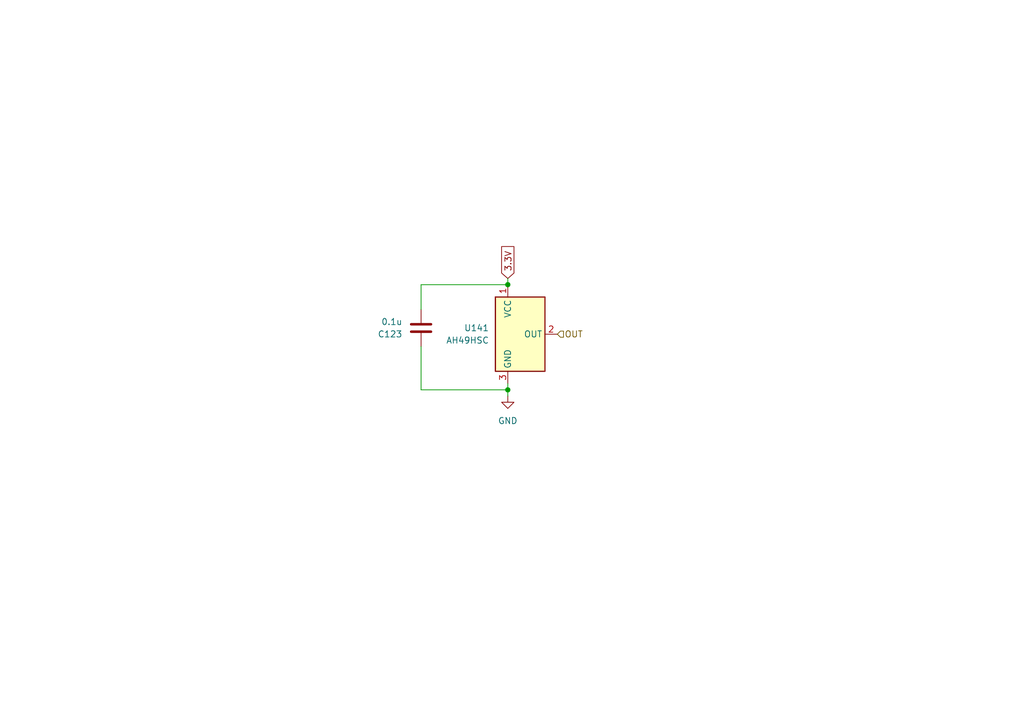
<source format=kicad_sch>
(kicad_sch
	(version 20250114)
	(generator "eeschema")
	(generator_version "9.0")
	(uuid "8c2f9b47-27b4-4b9b-b1fa-5e94444a20fb")
	(paper "A5")
	(lib_symbols
		(symbol "Device:C"
			(pin_numbers
				(hide yes)
			)
			(pin_names
				(offset 0.254)
			)
			(exclude_from_sim no)
			(in_bom yes)
			(on_board yes)
			(property "Reference" "C"
				(at 0.635 2.54 0)
				(effects
					(font
						(size 1.27 1.27)
					)
					(justify left)
				)
			)
			(property "Value" "C"
				(at 0.635 -2.54 0)
				(effects
					(font
						(size 1.27 1.27)
					)
					(justify left)
				)
			)
			(property "Footprint" ""
				(at 0.9652 -3.81 0)
				(effects
					(font
						(size 1.27 1.27)
					)
					(hide yes)
				)
			)
			(property "Datasheet" "~"
				(at 0 0 0)
				(effects
					(font
						(size 1.27 1.27)
					)
					(hide yes)
				)
			)
			(property "Description" "Unpolarized capacitor"
				(at 0 0 0)
				(effects
					(font
						(size 1.27 1.27)
					)
					(hide yes)
				)
			)
			(property "ki_keywords" "cap capacitor"
				(at 0 0 0)
				(effects
					(font
						(size 1.27 1.27)
					)
					(hide yes)
				)
			)
			(property "ki_fp_filters" "C_*"
				(at 0 0 0)
				(effects
					(font
						(size 1.27 1.27)
					)
					(hide yes)
				)
			)
			(symbol "C_0_1"
				(polyline
					(pts
						(xy -2.032 0.762) (xy 2.032 0.762)
					)
					(stroke
						(width 0.508)
						(type default)
					)
					(fill
						(type none)
					)
				)
				(polyline
					(pts
						(xy -2.032 -0.762) (xy 2.032 -0.762)
					)
					(stroke
						(width 0.508)
						(type default)
					)
					(fill
						(type none)
					)
				)
			)
			(symbol "C_1_1"
				(pin passive line
					(at 0 3.81 270)
					(length 2.794)
					(name "~"
						(effects
							(font
								(size 1.27 1.27)
							)
						)
					)
					(number "1"
						(effects
							(font
								(size 1.27 1.27)
							)
						)
					)
				)
				(pin passive line
					(at 0 -3.81 90)
					(length 2.794)
					(name "~"
						(effects
							(font
								(size 1.27 1.27)
							)
						)
					)
					(number "2"
						(effects
							(font
								(size 1.27 1.27)
							)
						)
					)
				)
			)
			(embedded_fonts no)
		)
		(symbol "Sensor_Magnetic:DRV5055A4xDBZxQ1"
			(exclude_from_sim no)
			(in_bom yes)
			(on_board yes)
			(property "Reference" "U"
				(at 2.54 12.7 0)
				(effects
					(font
						(size 1.27 1.27)
					)
				)
			)
			(property "Value" "DRV5055A4xDBZxQ1"
				(at 2.54 10.16 0)
				(effects
					(font
						(size 1.27 1.27)
					)
				)
			)
			(property "Footprint" "Package_TO_SOT_SMD:SOT-23"
				(at 0 0 0)
				(effects
					(font
						(size 1.27 1.27)
					)
					(hide yes)
				)
			)
			(property "Datasheet" "https://www.ti.com/lit/ds/symlink/drv5055-q1.pdf"
				(at 0 0 0)
				(effects
					(font
						(size 1.27 1.27)
					)
					(hide yes)
				)
			)
			(property "Description" "12.5 mV/mT,±169-mT, 20-kHz, 3.3/5V, SOT-23"
				(at 0 0 0)
				(effects
					(font
						(size 1.27 1.27)
					)
					(hide yes)
				)
			)
			(property "ki_keywords" "Automotive Ratiometric Linear Hall Effect Sensor AEC-Q100"
				(at 0 0 0)
				(effects
					(font
						(size 1.27 1.27)
					)
					(hide yes)
				)
			)
			(property "ki_fp_filters" "SOT?23*"
				(at 0 0 0)
				(effects
					(font
						(size 1.27 1.27)
					)
					(hide yes)
				)
			)
			(symbol "DRV5055A4xDBZxQ1_1_1"
				(rectangle
					(start -5.08 7.62)
					(end 5.08 -7.62)
					(stroke
						(width 0.254)
						(type default)
					)
					(fill
						(type background)
					)
				)
				(pin power_in line
					(at -2.54 10.16 270)
					(length 2.54)
					(name "VCC"
						(effects
							(font
								(size 1.27 1.27)
							)
						)
					)
					(number "1"
						(effects
							(font
								(size 1.27 1.27)
							)
						)
					)
				)
				(pin power_in line
					(at -2.54 -10.16 90)
					(length 2.54)
					(name "GND"
						(effects
							(font
								(size 1.27 1.27)
							)
						)
					)
					(number "3"
						(effects
							(font
								(size 1.27 1.27)
							)
						)
					)
				)
				(pin output line
					(at 7.62 0 180)
					(length 2.54)
					(name "OUT"
						(effects
							(font
								(size 1.27 1.27)
							)
						)
					)
					(number "2"
						(effects
							(font
								(size 1.27 1.27)
							)
						)
					)
				)
			)
			(embedded_fonts no)
		)
		(symbol "power:GND"
			(power)
			(pin_numbers
				(hide yes)
			)
			(pin_names
				(offset 0)
				(hide yes)
			)
			(exclude_from_sim no)
			(in_bom yes)
			(on_board yes)
			(property "Reference" "#PWR"
				(at 0 -6.35 0)
				(effects
					(font
						(size 1.27 1.27)
					)
					(hide yes)
				)
			)
			(property "Value" "GND"
				(at 0 -3.81 0)
				(effects
					(font
						(size 1.27 1.27)
					)
				)
			)
			(property "Footprint" ""
				(at 0 0 0)
				(effects
					(font
						(size 1.27 1.27)
					)
					(hide yes)
				)
			)
			(property "Datasheet" ""
				(at 0 0 0)
				(effects
					(font
						(size 1.27 1.27)
					)
					(hide yes)
				)
			)
			(property "Description" "Power symbol creates a global label with name \"GND\" , ground"
				(at 0 0 0)
				(effects
					(font
						(size 1.27 1.27)
					)
					(hide yes)
				)
			)
			(property "ki_keywords" "global power"
				(at 0 0 0)
				(effects
					(font
						(size 1.27 1.27)
					)
					(hide yes)
				)
			)
			(symbol "GND_0_1"
				(polyline
					(pts
						(xy 0 0) (xy 0 -1.27) (xy 1.27 -1.27) (xy 0 -2.54) (xy -1.27 -1.27) (xy 0 -1.27)
					)
					(stroke
						(width 0)
						(type default)
					)
					(fill
						(type none)
					)
				)
			)
			(symbol "GND_1_1"
				(pin power_in line
					(at 0 0 270)
					(length 0)
					(name "~"
						(effects
							(font
								(size 1.27 1.27)
							)
						)
					)
					(number "1"
						(effects
							(font
								(size 1.27 1.27)
							)
						)
					)
				)
			)
			(embedded_fonts no)
		)
	)
	(junction
		(at 104.14 80.01)
		(diameter 0)
		(color 0 0 0 0)
		(uuid "afacc903-77aa-4f8a-b67f-ce615477ecb4")
	)
	(junction
		(at 104.14 58.42)
		(diameter 0)
		(color 0 0 0 0)
		(uuid "c9d75697-98b2-46c2-a98d-64f94a55998f")
	)
	(wire
		(pts
			(xy 104.14 80.01) (xy 104.14 78.74)
		)
		(stroke
			(width 0)
			(type default)
		)
		(uuid "1745be6f-a3ab-4d38-85a3-a7aadf009187")
	)
	(wire
		(pts
			(xy 86.36 58.42) (xy 104.14 58.42)
		)
		(stroke
			(width 0)
			(type default)
		)
		(uuid "26712f7e-c891-4a92-b7b5-e8c5cd8f8abb")
	)
	(wire
		(pts
			(xy 104.14 57.15) (xy 104.14 58.42)
		)
		(stroke
			(width 0)
			(type default)
		)
		(uuid "3c036820-01dd-4ea1-8766-72e9a9828b94")
	)
	(wire
		(pts
			(xy 86.36 80.01) (xy 104.14 80.01)
		)
		(stroke
			(width 0)
			(type default)
		)
		(uuid "7be1a19d-6e49-4089-bfc3-be1e5693232d")
	)
	(wire
		(pts
			(xy 86.36 71.12) (xy 86.36 80.01)
		)
		(stroke
			(width 0)
			(type default)
		)
		(uuid "8608913c-cba4-4b6b-acef-4b3e40c8feb6")
	)
	(wire
		(pts
			(xy 104.14 81.28) (xy 104.14 80.01)
		)
		(stroke
			(width 0)
			(type default)
		)
		(uuid "86a827a3-4f03-44b4-b52f-d508f5cbacf3")
	)
	(wire
		(pts
			(xy 86.36 63.5) (xy 86.36 58.42)
		)
		(stroke
			(width 0)
			(type default)
		)
		(uuid "fa1ee2bb-cb39-479f-b688-4e532b26cc54")
	)
	(global_label "3.3V"
		(shape input)
		(at 104.14 57.15 90)
		(fields_autoplaced yes)
		(effects
			(font
				(size 1.27 1.27)
			)
			(justify left)
		)
		(uuid "d669a3f9-8f9b-45b7-8755-87a731e3c0fd")
		(property "Intersheetrefs" "${INTERSHEET_REFS}"
			(at 104.14 50.0524 90)
			(effects
				(font
					(size 1.27 1.27)
				)
				(justify left)
				(hide yes)
			)
		)
	)
	(hierarchical_label "OUT"
		(shape input)
		(at 114.3 68.58 0)
		(effects
			(font
				(size 1.27 1.27)
			)
			(justify left)
		)
		(uuid "d9b63510-c2f5-408d-a8c9-241cfa119607")
	)
	(symbol
		(lib_id "Device:C")
		(at 86.36 67.31 180)
		(unit 1)
		(exclude_from_sim no)
		(in_bom yes)
		(on_board yes)
		(dnp no)
		(uuid "1dc6812e-71da-44e2-862f-4596deb1cf69")
		(property "Reference" "C42"
			(at 82.55 68.5801 0)
			(effects
				(font
					(size 1.27 1.27)
				)
				(justify left)
			)
		)
		(property "Value" "0.1u"
			(at 82.55 66.0401 0)
			(effects
				(font
					(size 1.27 1.27)
				)
				(justify left)
			)
		)
		(property "Footprint" "Capacitor_SMD:C_0402_1005Metric"
			(at 85.3948 63.5 0)
			(effects
				(font
					(size 1.27 1.27)
				)
				(hide yes)
			)
		)
		(property "Datasheet" "~"
			(at 86.36 67.31 0)
			(effects
				(font
					(size 1.27 1.27)
				)
				(hide yes)
			)
		)
		(property "Description" "Unpolarized capacitor"
			(at 86.36 67.31 0)
			(effects
				(font
					(size 1.27 1.27)
				)
				(hide yes)
			)
		)
		(property "LCSC Part #" "C1525"
			(at 86.36 67.31 0)
			(effects
				(font
					(size 1.27 1.27)
				)
				(hide yes)
			)
		)
		(pin "1"
			(uuid "790bec13-f432-4ea2-9733-9a72919d646f")
		)
		(pin "2"
			(uuid "3cc0c427-2d31-427a-9943-43f96a2f0d43")
		)
		(instances
			(project "pompyboard"
				(path "/e5830f2e-b6bc-440e-bdf9-7651ab21e3a0/026cd3d2-ee49-4aa8-a6be-1ded8cec01b6/04e242d3-4b8b-4c59-b96a-ded88d9c121e"
					(reference "C123")
					(unit 1)
				)
				(path "/e5830f2e-b6bc-440e-bdf9-7651ab21e3a0/026cd3d2-ee49-4aa8-a6be-1ded8cec01b6/0aa58eca-4a0a-4793-8cb2-aca91d4eac1d"
					(reference "C126")
					(unit 1)
				)
				(path "/e5830f2e-b6bc-440e-bdf9-7651ab21e3a0/026cd3d2-ee49-4aa8-a6be-1ded8cec01b6/515c3203-b029-48cb-ad34-41dd899007e2"
					(reference "C122")
					(unit 1)
				)
				(path "/e5830f2e-b6bc-440e-bdf9-7651ab21e3a0/026cd3d2-ee49-4aa8-a6be-1ded8cec01b6/74aa6dd0-f3de-46c0-a12b-a21d3fbf9630"
					(reference "C119")
					(unit 1)
				)
				(path "/e5830f2e-b6bc-440e-bdf9-7651ab21e3a0/026cd3d2-ee49-4aa8-a6be-1ded8cec01b6/93c4f98d-b92c-4b37-aa06-f352aa97bb5a"
					(reference "C120")
					(unit 1)
				)
				(path "/e5830f2e-b6bc-440e-bdf9-7651ab21e3a0/026cd3d2-ee49-4aa8-a6be-1ded8cec01b6/b8bb0373-50a8-4387-a8ec-d862a926c0b7"
					(reference "C125")
					(unit 1)
				)
				(path "/e5830f2e-b6bc-440e-bdf9-7651ab21e3a0/026cd3d2-ee49-4aa8-a6be-1ded8cec01b6/b98d704e-b519-4905-b34a-fa15ef062531"
					(reference "C128")
					(unit 1)
				)
				(path "/e5830f2e-b6bc-440e-bdf9-7651ab21e3a0/026cd3d2-ee49-4aa8-a6be-1ded8cec01b6/d5190f2c-7d14-4396-9640-775961313fdb"
					(reference "C124")
					(unit 1)
				)
				(path "/e5830f2e-b6bc-440e-bdf9-7651ab21e3a0/026cd3d2-ee49-4aa8-a6be-1ded8cec01b6/d688124c-7f7d-41bc-9308-5495f1ee30f2"
					(reference "C127")
					(unit 1)
				)
				(path "/e5830f2e-b6bc-440e-bdf9-7651ab21e3a0/026cd3d2-ee49-4aa8-a6be-1ded8cec01b6/e997275f-fb8d-4d80-be35-3a57729dc068"
					(reference "C129")
					(unit 1)
				)
				(path "/e5830f2e-b6bc-440e-bdf9-7651ab21e3a0/026cd3d2-ee49-4aa8-a6be-1ded8cec01b6/f148233f-9edf-43bb-9983-33e9ecc87008"
					(reference "C121")
					(unit 1)
				)
				(path "/e5830f2e-b6bc-440e-bdf9-7651ab21e3a0/199d6db0-4201-4cdd-9fb1-82dea6ba15a4/04e242d3-4b8b-4c59-b96a-ded88d9c121e"
					(reference "C101")
					(unit 1)
				)
				(path "/e5830f2e-b6bc-440e-bdf9-7651ab21e3a0/199d6db0-4201-4cdd-9fb1-82dea6ba15a4/0aa58eca-4a0a-4793-8cb2-aca91d4eac1d"
					(reference "C104")
					(unit 1)
				)
				(path "/e5830f2e-b6bc-440e-bdf9-7651ab21e3a0/199d6db0-4201-4cdd-9fb1-82dea6ba15a4/515c3203-b029-48cb-ad34-41dd899007e2"
					(reference "C100")
					(unit 1)
				)
				(path "/e5830f2e-b6bc-440e-bdf9-7651ab21e3a0/199d6db0-4201-4cdd-9fb1-82dea6ba15a4/74aa6dd0-f3de-46c0-a12b-a21d3fbf9630"
					(reference "C97")
					(unit 1)
				)
				(path "/e5830f2e-b6bc-440e-bdf9-7651ab21e3a0/199d6db0-4201-4cdd-9fb1-82dea6ba15a4/93c4f98d-b92c-4b37-aa06-f352aa97bb5a"
					(reference "C98")
					(unit 1)
				)
				(path "/e5830f2e-b6bc-440e-bdf9-7651ab21e3a0/199d6db0-4201-4cdd-9fb1-82dea6ba15a4/b8bb0373-50a8-4387-a8ec-d862a926c0b7"
					(reference "C103")
					(unit 1)
				)
				(path "/e5830f2e-b6bc-440e-bdf9-7651ab21e3a0/199d6db0-4201-4cdd-9fb1-82dea6ba15a4/b98d704e-b519-4905-b34a-fa15ef062531"
					(reference "C106")
					(unit 1)
				)
				(path "/e5830f2e-b6bc-440e-bdf9-7651ab21e3a0/199d6db0-4201-4cdd-9fb1-82dea6ba15a4/d5190f2c-7d14-4396-9640-775961313fdb"
					(reference "C102")
					(unit 1)
				)
				(path "/e5830f2e-b6bc-440e-bdf9-7651ab21e3a0/199d6db0-4201-4cdd-9fb1-82dea6ba15a4/d688124c-7f7d-41bc-9308-5495f1ee30f2"
					(reference "C105")
					(unit 1)
				)
				(path "/e5830f2e-b6bc-440e-bdf9-7651ab21e3a0/199d6db0-4201-4cdd-9fb1-82dea6ba15a4/e997275f-fb8d-4d80-be35-3a57729dc068"
					(reference "C107")
					(unit 1)
				)
				(path "/e5830f2e-b6bc-440e-bdf9-7651ab21e3a0/199d6db0-4201-4cdd-9fb1-82dea6ba15a4/f148233f-9edf-43bb-9983-33e9ecc87008"
					(reference "C99")
					(unit 1)
				)
				(path "/e5830f2e-b6bc-440e-bdf9-7651ab21e3a0/1e9b9d03-fd28-4128-b065-c69f49efdc78/04e242d3-4b8b-4c59-b96a-ded88d9c121e"
					(reference "C112")
					(unit 1)
				)
				(path "/e5830f2e-b6bc-440e-bdf9-7651ab21e3a0/1e9b9d03-fd28-4128-b065-c69f49efdc78/0aa58eca-4a0a-4793-8cb2-aca91d4eac1d"
					(reference "C115")
					(unit 1)
				)
				(path "/e5830f2e-b6bc-440e-bdf9-7651ab21e3a0/1e9b9d03-fd28-4128-b065-c69f49efdc78/515c3203-b029-48cb-ad34-41dd899007e2"
					(reference "C111")
					(unit 1)
				)
				(path "/e5830f2e-b6bc-440e-bdf9-7651ab21e3a0/1e9b9d03-fd28-4128-b065-c69f49efdc78/74aa6dd0-f3de-46c0-a12b-a21d3fbf9630"
					(reference "C108")
					(unit 1)
				)
				(path "/e5830f2e-b6bc-440e-bdf9-7651ab21e3a0/1e9b9d03-fd28-4128-b065-c69f49efdc78/93c4f98d-b92c-4b37-aa06-f352aa97bb5a"
					(reference "C109")
					(unit 1)
				)
				(path "/e5830f2e-b6bc-440e-bdf9-7651ab21e3a0/1e9b9d03-fd28-4128-b065-c69f49efdc78/b8bb0373-50a8-4387-a8ec-d862a926c0b7"
					(reference "C114")
					(unit 1)
				)
				(path "/e5830f2e-b6bc-440e-bdf9-7651ab21e3a0/1e9b9d03-fd28-4128-b065-c69f49efdc78/b98d704e-b519-4905-b34a-fa15ef062531"
					(reference "C117")
					(unit 1)
				)
				(path "/e5830f2e-b6bc-440e-bdf9-7651ab21e3a0/1e9b9d03-fd28-4128-b065-c69f49efdc78/d5190f2c-7d14-4396-9640-775961313fdb"
					(reference "C113")
					(unit 1)
				)
				(path "/e5830f2e-b6bc-440e-bdf9-7651ab21e3a0/1e9b9d03-fd28-4128-b065-c69f49efdc78/d688124c-7f7d-41bc-9308-5495f1ee30f2"
					(reference "C116")
					(unit 1)
				)
				(path "/e5830f2e-b6bc-440e-bdf9-7651ab21e3a0/1e9b9d03-fd28-4128-b065-c69f49efdc78/e997275f-fb8d-4d80-be35-3a57729dc068"
					(reference "C118")
					(unit 1)
				)
				(path "/e5830f2e-b6bc-440e-bdf9-7651ab21e3a0/1e9b9d03-fd28-4128-b065-c69f49efdc78/f148233f-9edf-43bb-9983-33e9ecc87008"
					(reference "C110")
					(unit 1)
				)
				(path "/e5830f2e-b6bc-440e-bdf9-7651ab21e3a0/32a6bd95-01f5-4135-9c38-db23c2d07b5b/04e242d3-4b8b-4c59-b96a-ded88d9c121e"
					(reference "C189")
					(unit 1)
				)
				(path "/e5830f2e-b6bc-440e-bdf9-7651ab21e3a0/32a6bd95-01f5-4135-9c38-db23c2d07b5b/0aa58eca-4a0a-4793-8cb2-aca91d4eac1d"
					(reference "C192")
					(unit 1)
				)
				(path "/e5830f2e-b6bc-440e-bdf9-7651ab21e3a0/32a6bd95-01f5-4135-9c38-db23c2d07b5b/515c3203-b029-48cb-ad34-41dd899007e2"
					(reference "C188")
					(unit 1)
				)
				(path "/e5830f2e-b6bc-440e-bdf9-7651ab21e3a0/32a6bd95-01f5-4135-9c38-db23c2d07b5b/74aa6dd0-f3de-46c0-a12b-a21d3fbf9630"
					(reference "C185")
					(unit 1)
				)
				(path "/e5830f2e-b6bc-440e-bdf9-7651ab21e3a0/32a6bd95-01f5-4135-9c38-db23c2d07b5b/93c4f98d-b92c-4b37-aa06-f352aa97bb5a"
					(reference "C186")
					(unit 1)
				)
				(path "/e5830f2e-b6bc-440e-bdf9-7651ab21e3a0/32a6bd95-01f5-4135-9c38-db23c2d07b5b/b8bb0373-50a8-4387-a8ec-d862a926c0b7"
					(reference "C191")
					(unit 1)
				)
				(path "/e5830f2e-b6bc-440e-bdf9-7651ab21e3a0/32a6bd95-01f5-4135-9c38-db23c2d07b5b/b98d704e-b519-4905-b34a-fa15ef062531"
					(reference "C194")
					(unit 1)
				)
				(path "/e5830f2e-b6bc-440e-bdf9-7651ab21e3a0/32a6bd95-01f5-4135-9c38-db23c2d07b5b/d5190f2c-7d14-4396-9640-775961313fdb"
					(reference "C190")
					(unit 1)
				)
				(path "/e5830f2e-b6bc-440e-bdf9-7651ab21e3a0/32a6bd95-01f5-4135-9c38-db23c2d07b5b/d688124c-7f7d-41bc-9308-5495f1ee30f2"
					(reference "C193")
					(unit 1)
				)
				(path "/e5830f2e-b6bc-440e-bdf9-7651ab21e3a0/32a6bd95-01f5-4135-9c38-db23c2d07b5b/e997275f-fb8d-4d80-be35-3a57729dc068"
					(reference "C195")
					(unit 1)
				)
				(path "/e5830f2e-b6bc-440e-bdf9-7651ab21e3a0/32a6bd95-01f5-4135-9c38-db23c2d07b5b/f148233f-9edf-43bb-9983-33e9ecc87008"
					(reference "C187")
					(unit 1)
				)
				(path "/e5830f2e-b6bc-440e-bdf9-7651ab21e3a0/337c22cd-c44a-4633-9334-b6d71fe81175/04e242d3-4b8b-4c59-b96a-ded88d9c121e"
					(reference "C134")
					(unit 1)
				)
				(path "/e5830f2e-b6bc-440e-bdf9-7651ab21e3a0/337c22cd-c44a-4633-9334-b6d71fe81175/0aa58eca-4a0a-4793-8cb2-aca91d4eac1d"
					(reference "C137")
					(unit 1)
				)
				(path "/e5830f2e-b6bc-440e-bdf9-7651ab21e3a0/337c22cd-c44a-4633-9334-b6d71fe81175/515c3203-b029-48cb-ad34-41dd899007e2"
					(reference "C133")
					(unit 1)
				)
				(path "/e5830f2e-b6bc-440e-bdf9-7651ab21e3a0/337c22cd-c44a-4633-9334-b6d71fe81175/74aa6dd0-f3de-46c0-a12b-a21d3fbf9630"
					(reference "C130")
					(unit 1)
				)
				(path "/e5830f2e-b6bc-440e-bdf9-7651ab21e3a0/337c22cd-c44a-4633-9334-b6d71fe81175/93c4f98d-b92c-4b37-aa06-f352aa97bb5a"
					(reference "C131")
					(unit 1)
				)
				(path "/e5830f2e-b6bc-440e-bdf9-7651ab21e3a0/337c22cd-c44a-4633-9334-b6d71fe81175/b8bb0373-50a8-4387-a8ec-d862a926c0b7"
					(reference "C136")
					(unit 1)
				)
				(path "/e5830f2e-b6bc-440e-bdf9-7651ab21e3a0/337c22cd-c44a-4633-9334-b6d71fe81175/b98d704e-b519-4905-b34a-fa15ef062531"
					(reference "C139")
					(unit 1)
				)
				(path "/e5830f2e-b6bc-440e-bdf9-7651ab21e3a0/337c22cd-c44a-4633-9334-b6d71fe81175/d5190f2c-7d14-4396-9640-775961313fdb"
					(reference "C135")
					(unit 1)
				)
				(path "/e5830f2e-b6bc-440e-bdf9-7651ab21e3a0/337c22cd-c44a-4633-9334-b6d71fe81175/d688124c-7f7d-41bc-9308-5495f1ee30f2"
					(reference "C138")
					(unit 1)
				)
				(path "/e5830f2e-b6bc-440e-bdf9-7651ab21e3a0/337c22cd-c44a-4633-9334-b6d71fe81175/e997275f-fb8d-4d80-be35-3a57729dc068"
					(reference "C140")
					(unit 1)
				)
				(path "/e5830f2e-b6bc-440e-bdf9-7651ab21e3a0/337c22cd-c44a-4633-9334-b6d71fe81175/f148233f-9edf-43bb-9983-33e9ecc87008"
					(reference "C132")
					(unit 1)
				)
				(path "/e5830f2e-b6bc-440e-bdf9-7651ab21e3a0/3545379e-8a56-4cc0-b1cd-1ab95a742a98/04e242d3-4b8b-4c59-b96a-ded88d9c121e"
					(reference "C156")
					(unit 1)
				)
				(path "/e5830f2e-b6bc-440e-bdf9-7651ab21e3a0/3545379e-8a56-4cc0-b1cd-1ab95a742a98/0aa58eca-4a0a-4793-8cb2-aca91d4eac1d"
					(reference "C159")
					(unit 1)
				)
				(path "/e5830f2e-b6bc-440e-bdf9-7651ab21e3a0/3545379e-8a56-4cc0-b1cd-1ab95a742a98/515c3203-b029-48cb-ad34-41dd899007e2"
					(reference "C155")
					(unit 1)
				)
				(path "/e5830f2e-b6bc-440e-bdf9-7651ab21e3a0/3545379e-8a56-4cc0-b1cd-1ab95a742a98/74aa6dd0-f3de-46c0-a12b-a21d3fbf9630"
					(reference "C152")
					(unit 1)
				)
				(path "/e5830f2e-b6bc-440e-bdf9-7651ab21e3a0/3545379e-8a56-4cc0-b1cd-1ab95a742a98/93c4f98d-b92c-4b37-aa06-f352aa97bb5a"
					(reference "C153")
					(unit 1)
				)
				(path "/e5830f2e-b6bc-440e-bdf9-7651ab21e3a0/3545379e-8a56-4cc0-b1cd-1ab95a742a98/b8bb0373-50a8-4387-a8ec-d862a926c0b7"
					(reference "C158")
					(unit 1)
				)
				(path "/e5830f2e-b6bc-440e-bdf9-7651ab21e3a0/3545379e-8a56-4cc0-b1cd-1ab95a742a98/b98d704e-b519-4905-b34a-fa15ef062531"
					(reference "C161")
					(unit 1)
				)
				(path "/e5830f2e-b6bc-440e-bdf9-7651ab21e3a0/3545379e-8a56-4cc0-b1cd-1ab95a742a98/d5190f2c-7d14-4396-9640-775961313fdb"
					(reference "C157")
					(unit 1)
				)
				(path "/e5830f2e-b6bc-440e-bdf9-7651ab21e3a0/3545379e-8a56-4cc0-b1cd-1ab95a742a98/d688124c-7f7d-41bc-9308-5495f1ee30f2"
					(reference "C160")
					(unit 1)
				)
				(path "/e5830f2e-b6bc-440e-bdf9-7651ab21e3a0/3545379e-8a56-4cc0-b1cd-1ab95a742a98/e997275f-fb8d-4d80-be35-3a57729dc068"
					(reference "C162")
					(unit 1)
				)
				(path "/e5830f2e-b6bc-440e-bdf9-7651ab21e3a0/3545379e-8a56-4cc0-b1cd-1ab95a742a98/f148233f-9edf-43bb-9983-33e9ecc87008"
					(reference "C154")
					(unit 1)
				)
				(path "/e5830f2e-b6bc-440e-bdf9-7651ab21e3a0/37c05dbe-2573-4442-a09c-64199e530fd0/04e242d3-4b8b-4c59-b96a-ded88d9c121e"
					(reference "C244")
					(unit 1)
				)
				(path "/e5830f2e-b6bc-440e-bdf9-7651ab21e3a0/37c05dbe-2573-4442-a09c-64199e530fd0/0aa58eca-4a0a-4793-8cb2-aca91d4eac1d"
					(reference "C247")
					(unit 1)
				)
				(path "/e5830f2e-b6bc-440e-bdf9-7651ab21e3a0/37c05dbe-2573-4442-a09c-64199e530fd0/515c3203-b029-48cb-ad34-41dd899007e2"
					(reference "C243")
					(unit 1)
				)
				(path "/e5830f2e-b6bc-440e-bdf9-7651ab21e3a0/37c05dbe-2573-4442-a09c-64199e530fd0/74aa6dd0-f3de-46c0-a12b-a21d3fbf9630"
					(reference "C240")
					(unit 1)
				)
				(path "/e5830f2e-b6bc-440e-bdf9-7651ab21e3a0/37c05dbe-2573-4442-a09c-64199e530fd0/93c4f98d-b92c-4b37-aa06-f352aa97bb5a"
					(reference "C241")
					(unit 1)
				)
				(path "/e5830f2e-b6bc-440e-bdf9-7651ab21e3a0/37c05dbe-2573-4442-a09c-64199e530fd0/b8bb0373-50a8-4387-a8ec-d862a926c0b7"
					(reference "C246")
					(unit 1)
				)
				(path "/e5830f2e-b6bc-440e-bdf9-7651ab21e3a0/37c05dbe-2573-4442-a09c-64199e530fd0/b98d704e-b519-4905-b34a-fa15ef062531"
					(reference "C249")
					(unit 1)
				)
				(path "/e5830f2e-b6bc-440e-bdf9-7651ab21e3a0/37c05dbe-2573-4442-a09c-64199e530fd0/d5190f2c-7d14-4396-9640-775961313fdb"
					(reference "C245")
					(unit 1)
				)
				(path "/e5830f2e-b6bc-440e-bdf9-7651ab21e3a0/37c05dbe-2573-4442-a09c-64199e530fd0/d688124c-7f7d-41bc-9308-5495f1ee30f2"
					(reference "C248")
					(unit 1)
				)
				(path "/e5830f2e-b6bc-440e-bdf9-7651ab21e3a0/37c05dbe-2573-4442-a09c-64199e530fd0/e997275f-fb8d-4d80-be35-3a57729dc068"
					(reference "C250")
					(unit 1)
				)
				(path "/e5830f2e-b6bc-440e-bdf9-7651ab21e3a0/37c05dbe-2573-4442-a09c-64199e530fd0/f148233f-9edf-43bb-9983-33e9ecc87008"
					(reference "C242")
					(unit 1)
				)
				(path "/e5830f2e-b6bc-440e-bdf9-7651ab21e3a0/3b901f51-f0bc-4942-b393-88eddae2e0fb/04e242d3-4b8b-4c59-b96a-ded88d9c121e"
					(reference "C90")
					(unit 1)
				)
				(path "/e5830f2e-b6bc-440e-bdf9-7651ab21e3a0/3b901f51-f0bc-4942-b393-88eddae2e0fb/0aa58eca-4a0a-4793-8cb2-aca91d4eac1d"
					(reference "C93")
					(unit 1)
				)
				(path "/e5830f2e-b6bc-440e-bdf9-7651ab21e3a0/3b901f51-f0bc-4942-b393-88eddae2e0fb/515c3203-b029-48cb-ad34-41dd899007e2"
					(reference "C89")
					(unit 1)
				)
				(path "/e5830f2e-b6bc-440e-bdf9-7651ab21e3a0/3b901f51-f0bc-4942-b393-88eddae2e0fb/74aa6dd0-f3de-46c0-a12b-a21d3fbf9630"
					(reference "C86")
					(unit 1)
				)
				(path "/e5830f2e-b6bc-440e-bdf9-7651ab21e3a0/3b901f51-f0bc-4942-b393-88eddae2e0fb/93c4f98d-b92c-4b37-aa06-f352aa97bb5a"
					(reference "C87")
					(unit 1)
				)
				(path "/e5830f2e-b6bc-440e-bdf9-7651ab21e3a0/3b901f51-f0bc-4942-b393-88eddae2e0fb/b8bb0373-50a8-4387-a8ec-d862a926c0b7"
					(reference "C92")
					(unit 1)
				)
				(path "/e5830f2e-b6bc-440e-bdf9-7651ab21e3a0/3b901f51-f0bc-4942-b393-88eddae2e0fb/b98d704e-b519-4905-b34a-fa15ef062531"
					(reference "C95")
					(unit 1)
				)
				(path "/e5830f2e-b6bc-440e-bdf9-7651ab21e3a0/3b901f51-f0bc-4942-b393-88eddae2e0fb/d5190f2c-7d14-4396-9640-775961313fdb"
					(reference "C91")
					(unit 1)
				)
				(path "/e5830f2e-b6bc-440e-bdf9-7651ab21e3a0/3b901f51-f0bc-4942-b393-88eddae2e0fb/d688124c-7f7d-41bc-9308-5495f1ee30f2"
					(reference "C94")
					(unit 1)
				)
				(path "/e5830f2e-b6bc-440e-bdf9-7651ab21e3a0/3b901f51-f0bc-4942-b393-88eddae2e0fb/e997275f-fb8d-4d80-be35-3a57729dc068"
					(reference "C96")
					(unit 1)
				)
				(path "/e5830f2e-b6bc-440e-bdf9-7651ab21e3a0/3b901f51-f0bc-4942-b393-88eddae2e0fb/f148233f-9edf-43bb-9983-33e9ecc87008"
					(reference "C88")
					(unit 1)
				)
				(path "/e5830f2e-b6bc-440e-bdf9-7651ab21e3a0/40784eb3-2b54-4b34-8df6-1f3fa1f53a87/04e242d3-4b8b-4c59-b96a-ded88d9c121e"
					(reference "C211")
					(unit 1)
				)
				(path "/e5830f2e-b6bc-440e-bdf9-7651ab21e3a0/40784eb3-2b54-4b34-8df6-1f3fa1f53a87/0aa58eca-4a0a-4793-8cb2-aca91d4eac1d"
					(reference "C214")
					(unit 1)
				)
				(path "/e5830f2e-b6bc-440e-bdf9-7651ab21e3a0/40784eb3-2b54-4b34-8df6-1f3fa1f53a87/515c3203-b029-48cb-ad34-41dd899007e2"
					(reference "C210")
					(unit 1)
				)
				(path "/e5830f2e-b6bc-440e-bdf9-7651ab21e3a0/40784eb3-2b54-4b34-8df6-1f3fa1f53a87/74aa6dd0-f3de-46c0-a12b-a21d3fbf9630"
					(reference "C207")
					(unit 1)
				)
				(path "/e5830f2e-b6bc-440e-bdf9-7651ab21e3a0/40784eb3-2b54-4b34-8df6-1f3fa1f53a87/93c4f98d-b92c-4b37-aa06-f352aa97bb5a"
					(reference "C208")
					(unit 1)
				)
				(path "/e5830f2e-b6bc-440e-bdf9-7651ab21e3a0/40784eb3-2b54-4b34-8df6-1f3fa1f53a87/b8bb0373-50a8-4387-a8ec-d862a926c0b7"
					(reference "C213")
					(unit 1)
				)
				(path "/e5830f2e-b6bc-440e-bdf9-7651ab21e3a0/40784eb3-2b54-4b34-8df6-1f3fa1f53a87/b98d704e-b519-4905-b34a-fa15ef062531"
					(reference "C216")
					(unit 1)
				)
				(path "/e5830f2e-b6bc-440e-bdf9-7651ab21e3a0/40784eb3-2b54-4b34-8df6-1f3fa1f53a87/d5190f2c-7d14-4396-9640-775961313fdb"
					(reference "C212")
					(unit 1)
				)
				(path "/e5830f2e-b6bc-440e-bdf9-7651ab21e3a0/40784eb3-2b54-4b34-8df6-1f3fa1f53a87/d688124c-7f7d-41bc-9308-5495f1ee30f2"
					(reference "C215")
					(unit 1)
				)
				(path "/e5830f2e-b6bc-440e-bdf9-7651ab21e3a0/40784eb3-2b54-4b34-8df6-1f3fa1f53a87/e997275f-fb8d-4d80-be35-3a57729dc068"
					(reference "C217")
					(unit 1)
				)
				(path "/e5830f2e-b6bc-440e-bdf9-7651ab21e3a0/40784eb3-2b54-4b34-8df6-1f3fa1f53a87/f148233f-9edf-43bb-9983-33e9ecc87008"
					(reference "C209")
					(unit 1)
				)
				(path "/e5830f2e-b6bc-440e-bdf9-7651ab21e3a0/4681251d-eca7-461a-91bc-bdaba01ac76e/04e242d3-4b8b-4c59-b96a-ded88d9c121e"
					(reference "C233")
					(unit 1)
				)
				(path "/e5830f2e-b6bc-440e-bdf9-7651ab21e3a0/4681251d-eca7-461a-91bc-bdaba01ac76e/0aa58eca-4a0a-4793-8cb2-aca91d4eac1d"
					(reference "C236")
					(unit 1)
				)
				(path "/e5830f2e-b6bc-440e-bdf9-7651ab21e3a0/4681251d-eca7-461a-91bc-bdaba01ac76e/515c3203-b029-48cb-ad34-41dd899007e2"
					(reference "C232")
					(unit 1)
				)
				(path "/e5830f2e-b6bc-440e-bdf9-7651ab21e3a0/4681251d-eca7-461a-91bc-bdaba01ac76e/74aa6dd0-f3de-46c0-a12b-a21d3fbf9630"
					(reference "C229")
					(unit 1)
				)
				(path "/e5830f2e-b6bc-440e-bdf9-7651ab21e3a0/4681251d-eca7-461a-91bc-bdaba01ac76e/93c4f98d-b92c-4b37-aa06-f352aa97bb5a"
					(reference "C230")
					(unit 1)
				)
				(path "/e5830f2e-b6bc-440e-bdf9-7651ab21e3a0/4681251d-eca7-461a-91bc-bdaba01ac76e/b8bb0373-50a8-4387-a8ec-d862a926c0b7"
					(reference "C235")
					(unit 1)
				)
				(path "/e5830f2e-b6bc-440e-bdf9-7651ab21e3a0/4681251d-eca7-461a-91bc-bdaba01ac76e/b98d704e-b519-4905-b34a-fa15ef062531"
					(reference "C238")
					(unit 1)
				)
				(path "/e5830f2e-b6bc-440e-bdf9-7651ab21e3a0/4681251d-eca7-461a-91bc-bdaba01ac76e/d5190f2c-7d14-4396-9640-775961313fdb"
					(reference "C234")
					(unit 1)
				)
				(path "/e5830f2e-b6bc-440e-bdf9-7651ab21e3a0/4681251d-eca7-461a-91bc-bdaba01ac76e/d688124c-7f7d-41bc-9308-5495f1ee30f2"
					(reference "C237")
					(unit 1)
				)
				(path "/e5830f2e-b6bc-440e-bdf9-7651ab21e3a0/4681251d-eca7-461a-91bc-bdaba01ac76e/e997275f-fb8d-4d80-be35-3a57729dc068"
					(reference "C239")
					(unit 1)
				)
				(path "/e5830f2e-b6bc-440e-bdf9-7651ab21e3a0/4681251d-eca7-461a-91bc-bdaba01ac76e/f148233f-9edf-43bb-9983-33e9ecc87008"
					(reference "C231")
					(unit 1)
				)
				(path "/e5830f2e-b6bc-440e-bdf9-7651ab21e3a0/50286a34-f2f1-4644-a6e6-a1533e4b94cb/04e242d3-4b8b-4c59-b96a-ded88d9c121e"
					(reference "C200")
					(unit 1)
				)
				(path "/e5830f2e-b6bc-440e-bdf9-7651ab21e3a0/50286a34-f2f1-4644-a6e6-a1533e4b94cb/0aa58eca-4a0a-4793-8cb2-aca91d4eac1d"
					(reference "C203")
					(unit 1)
				)
				(path "/e5830f2e-b6bc-440e-bdf9-7651ab21e3a0/50286a34-f2f1-4644-a6e6-a1533e4b94cb/515c3203-b029-48cb-ad34-41dd899007e2"
					(reference "C199")
					(unit 1)
				)
				(path "/e5830f2e-b6bc-440e-bdf9-7651ab21e3a0/50286a34-f2f1-4644-a6e6-a1533e4b94cb/74aa6dd0-f3de-46c0-a12b-a21d3fbf9630"
					(reference "C196")
					(unit 1)
				)
				(path "/e5830f2e-b6bc-440e-bdf9-7651ab21e3a0/50286a34-f2f1-4644-a6e6-a1533e4b94cb/93c4f98d-b92c-4b37-aa06-f352aa97bb5a"
					(reference "C197")
					(unit 1)
				)
				(path "/e5830f2e-b6bc-440e-bdf9-7651ab21e3a0/50286a34-f2f1-4644-a6e6-a1533e4b94cb/b8bb0373-50a8-4387-a8ec-d862a926c0b7"
					(reference "C202")
					(unit 1)
				)
				(path "/e5830f2e-b6bc-440e-bdf9-7651ab21e3a0/50286a34-f2f1-4644-a6e6-a1533e4b94cb/b98d704e-b519-4905-b34a-fa15ef062531"
					(reference "C205")
					(unit 1)
				)
				(path "/e5830f2e-b6bc-440e-bdf9-7651ab21e3a0/50286a34-f2f1-4644-a6e6-a1533e4b94cb/d5190f2c-7d14-4396-9640-775961313fdb"
					(reference "C201")
					(unit 1)
				)
				(path "/e5830f2e-b6bc-440e-bdf9-7651ab21e3a0/50286a34-f2f1-4644-a6e6-a1533e4b94cb/d688124c-7f7d-41bc-9308-5495f1ee30f2"
					(reference "C204")
					(unit 1)
				)
				(path "/e5830f2e-b6bc-440e-bdf9-7651ab21e3a0/50286a34-f2f1-4644-a6e6-a1533e4b94cb/e997275f-fb8d-4d80-be35-3a57729dc068"
					(reference "C206")
					(unit 1)
				)
				(path "/e5830f2e-b6bc-440e-bdf9-7651ab21e3a0/50286a34-f2f1-4644-a6e6-a1533e4b94cb/f148233f-9edf-43bb-9983-33e9ecc87008"
					(reference "C198")
					(unit 1)
				)
				(path "/e5830f2e-b6bc-440e-bdf9-7651ab21e3a0/50e477be-0e55-4aaa-84b2-7d9c684572af/04e242d3-4b8b-4c59-b96a-ded88d9c121e"
					(reference "C79")
					(unit 1)
				)
				(path "/e5830f2e-b6bc-440e-bdf9-7651ab21e3a0/50e477be-0e55-4aaa-84b2-7d9c684572af/0aa58eca-4a0a-4793-8cb2-aca91d4eac1d"
					(reference "C82")
					(unit 1)
				)
				(path "/e5830f2e-b6bc-440e-bdf9-7651ab21e3a0/50e477be-0e55-4aaa-84b2-7d9c684572af/515c3203-b029-48cb-ad34-41dd899007e2"
					(reference "C78")
					(unit 1)
				)
				(path "/e5830f2e-b6bc-440e-bdf9-7651ab21e3a0/50e477be-0e55-4aaa-84b2-7d9c684572af/74aa6dd0-f3de-46c0-a12b-a21d3fbf9630"
					(reference "C75")
					(unit 1)
				)
				(path "/e5830f2e-b6bc-440e-bdf9-7651ab21e3a0/50e477be-0e55-4aaa-84b2-7d9c684572af/93c4f98d-b92c-4b37-aa06-f352aa97bb5a"
					(reference "C76")
					(unit 1)
				)
				(path "/e5830f2e-b6bc-440e-bdf9-7651ab21e3a0/50e477be-0e55-4aaa-84b2-7d9c684572af/b8bb0373-50a8-4387-a8ec-d862a926c0b7"
					(reference "C81")
					(unit 1)
				)
				(path "/e5830f2e-b6bc-440e-bdf9-7651ab21e3a0/50e477be-0e55-4aaa-84b2-7d9c684572af/b98d704e-b519-4905-b34a-fa15ef062531"
					(reference "C84")
					(unit 1)
				)
				(path "/e5830f2e-b6bc-440e-bdf9-7651ab21e3a0/50e477be-0e55-4aaa-84b2-7d9c684572af/d5190f2c-7d14-4396-9640-775961313fdb"
					(reference "C80")
					(unit 1)
				)
				(path "/e5830f2e-b6bc-440e-bdf9-7651ab21e3a0/50e477be-0e55-4aaa-84b2-7d9c684572af/d688124c-7f7d-41bc-9308-5495f1ee30f2"
					(reference "C83")
					(unit 1)
				)
				(path "/e5830f2e-b6bc-440e-bdf9-7651ab21e3a0/50e477be-0e55-4aaa-84b2-7d9c684572af/e997275f-fb8d-4d80-be35-3a57729dc068"
					(reference "C85")
					(unit 1)
				)
				(path "/e5830f2e-b6bc-440e-bdf9-7651ab21e3a0/50e477be-0e55-4aaa-84b2-7d9c684572af/f148233f-9edf-43bb-9983-33e9ecc87008"
					(reference "C77")
					(unit 1)
				)
				(path "/e5830f2e-b6bc-440e-bdf9-7651ab21e3a0/5b101357-7322-4fda-a4d3-48f9091ec2c1/04e242d3-4b8b-4c59-b96a-ded88d9c121e"
					(reference "C167")
					(unit 1)
				)
				(path "/e5830f2e-b6bc-440e-bdf9-7651ab21e3a0/5b101357-7322-4fda-a4d3-48f9091ec2c1/0aa58eca-4a0a-4793-8cb2-aca91d4eac1d"
					(reference "C170")
					(unit 1)
				)
				(path "/e5830f2e-b6bc-440e-bdf9-7651ab21e3a0/5b101357-7322-4fda-a4d3-48f9091ec2c1/515c3203-b029-48cb-ad34-41dd899007e2"
					(reference "C166")
					(unit 1)
				)
				(path "/e5830f2e-b6bc-440e-bdf9-7651ab21e3a0/5b101357-7322-4fda-a4d3-48f9091ec2c1/74aa6dd0-f3de-46c0-a12b-a21d3fbf9630"
					(reference "C163")
					(unit 1)
				)
				(path "/e5830f2e-b6bc-440e-bdf9-7651ab21e3a0/5b101357-7322-4fda-a4d3-48f9091ec2c1/93c4f98d-b92c-4b37-aa06-f352aa97bb5a"
					(reference "C164")
					(unit 1)
				)
				(path "/e5830f2e-b6bc-440e-bdf9-7651ab21e3a0/5b101357-7322-4fda-a4d3-48f9091ec2c1/b8bb0373-50a8-4387-a8ec-d862a926c0b7"
					(reference "C169")
					(unit 1)
				)
				(path "/e5830f2e-b6bc-440e-bdf9-7651ab21e3a0/5b101357-7322-4fda-a4d3-48f9091ec2c1/b98d704e-b519-4905-b34a-fa15ef062531"
					(reference "C172")
					(unit 1)
				)
				(path "/e5830f2e-b6bc-440e-bdf9-7651ab21e3a0/5b101357-7322-4fda-a4d3-48f9091ec2c1/d5190f2c-7d14-4396-9640-775961313fdb"
					(reference "C168")
					(unit 1)
				)
				(path "/e5830f2e-b6bc-440e-bdf9-7651ab21e3a0/5b101357-7322-4fda-a4d3-48f9091ec2c1/d688124c-7f7d-41bc-9308-5495f1ee30f2"
					(reference "C171")
					(unit 1)
				)
				(path "/e5830f2e-b6bc-440e-bdf9-7651ab21e3a0/5b101357-7322-4fda-a4d3-48f9091ec2c1/e997275f-fb8d-4d80-be35-3a57729dc068"
					(reference "C173")
					(unit 1)
				)
				(path "/e5830f2e-b6bc-440e-bdf9-7651ab21e3a0/5b101357-7322-4fda-a4d3-48f9091ec2c1/f148233f-9edf-43bb-9983-33e9ecc87008"
					(reference "C165")
					(unit 1)
				)
				(path "/e5830f2e-b6bc-440e-bdf9-7651ab21e3a0/87cf7185-088d-419a-91bb-1bf069870c4c/04e242d3-4b8b-4c59-b96a-ded88d9c121e"
					(reference "C49")
					(unit 1)
				)
				(path "/e5830f2e-b6bc-440e-bdf9-7651ab21e3a0/87cf7185-088d-419a-91bb-1bf069870c4c/0aa58eca-4a0a-4793-8cb2-aca91d4eac1d"
					(reference "C45")
					(unit 1)
				)
				(path "/e5830f2e-b6bc-440e-bdf9-7651ab21e3a0/87cf7185-088d-419a-91bb-1bf069870c4c/515c3203-b029-48cb-ad34-41dd899007e2"
					(reference "C46")
					(unit 1)
				)
				(path "/e5830f2e-b6bc-440e-bdf9-7651ab21e3a0/87cf7185-088d-419a-91bb-1bf069870c4c/74aa6dd0-f3de-46c0-a12b-a21d3fbf9630"
					(reference "C52")
					(unit 1)
				)
				(path "/e5830f2e-b6bc-440e-bdf9-7651ab21e3a0/87cf7185-088d-419a-91bb-1bf069870c4c/93c4f98d-b92c-4b37-aa06-f352aa97bb5a"
					(reference "C51")
					(unit 1)
				)
				(path "/e5830f2e-b6bc-440e-bdf9-7651ab21e3a0/87cf7185-088d-419a-91bb-1bf069870c4c/b8bb0373-50a8-4387-a8ec-d862a926c0b7"
					(reference "C48")
					(unit 1)
				)
				(path "/e5830f2e-b6bc-440e-bdf9-7651ab21e3a0/87cf7185-088d-419a-91bb-1bf069870c4c/b98d704e-b519-4905-b34a-fa15ef062531"
					(reference "C43")
					(unit 1)
				)
				(path "/e5830f2e-b6bc-440e-bdf9-7651ab21e3a0/87cf7185-088d-419a-91bb-1bf069870c4c/d5190f2c-7d14-4396-9640-775961313fdb"
					(reference "C47")
					(unit 1)
				)
				(path "/e5830f2e-b6bc-440e-bdf9-7651ab21e3a0/87cf7185-088d-419a-91bb-1bf069870c4c/d688124c-7f7d-41bc-9308-5495f1ee30f2"
					(reference "C44")
					(unit 1)
				)
				(path "/e5830f2e-b6bc-440e-bdf9-7651ab21e3a0/87cf7185-088d-419a-91bb-1bf069870c4c/e997275f-fb8d-4d80-be35-3a57729dc068"
					(reference "C42")
					(unit 1)
				)
				(path "/e5830f2e-b6bc-440e-bdf9-7651ab21e3a0/87cf7185-088d-419a-91bb-1bf069870c4c/f148233f-9edf-43bb-9983-33e9ecc87008"
					(reference "C50")
					(unit 1)
				)
				(path "/e5830f2e-b6bc-440e-bdf9-7651ab21e3a0/98cec319-fa79-4308-9643-76cbe0d21c4b/04e242d3-4b8b-4c59-b96a-ded88d9c121e"
					(reference "C68")
					(unit 1)
				)
				(path "/e5830f2e-b6bc-440e-bdf9-7651ab21e3a0/98cec319-fa79-4308-9643-76cbe0d21c4b/0aa58eca-4a0a-4793-8cb2-aca91d4eac1d"
					(reference "C71")
					(unit 1)
				)
				(path "/e5830f2e-b6bc-440e-bdf9-7651ab21e3a0/98cec319-fa79-4308-9643-76cbe0d21c4b/515c3203-b029-48cb-ad34-41dd899007e2"
					(reference "C67")
					(unit 1)
				)
				(path "/e5830f2e-b6bc-440e-bdf9-7651ab21e3a0/98cec319-fa79-4308-9643-76cbe0d21c4b/74aa6dd0-f3de-46c0-a12b-a21d3fbf9630"
					(reference "C64")
					(unit 1)
				)
				(path "/e5830f2e-b6bc-440e-bdf9-7651ab21e3a0/98cec319-fa79-4308-9643-76cbe0d21c4b/93c4f98d-b92c-4b37-aa06-f352aa97bb5a"
					(reference "C65")
					(unit 1)
				)
				(path "/e5830f2e-b6bc-440e-bdf9-7651ab21e3a0/98cec319-fa79-4308-9643-76cbe0d21c4b/b8bb0373-50a8-4387-a8ec-d862a926c0b7"
					(reference "C70")
					(unit 1)
				)
				(path "/e5830f2e-b6bc-440e-bdf9-7651ab21e3a0/98cec319-fa79-4308-9643-76cbe0d21c4b/b98d704e-b519-4905-b34a-fa15ef062531"
					(reference "C73")
					(unit 1)
				)
				(path "/e5830f2e-b6bc-440e-bdf9-7651ab21e3a0/98cec319-fa79-4308-9643-76cbe0d21c4b/d5190f2c-7d14-4396-9640-775961313fdb"
					(reference "C69")
					(unit 1)
				)
				(path "/e5830f2e-b6bc-440e-bdf9-7651ab21e3a0/98cec319-fa79-4308-9643-76cbe0d21c4b/d688124c-7f7d-41bc-9308-5495f1ee30f2"
					(reference "C72")
					(unit 1)
				)
				(path "/e5830f2e-b6bc-440e-bdf9-7651ab21e3a0/98cec319-fa79-4308-9643-76cbe0d21c4b/e997275f-fb8d-4d80-be35-3a57729dc068"
					(reference "C74")
					(unit 1)
				)
				(path "/e5830f2e-b6bc-440e-bdf9-7651ab21e3a0/98cec319-fa79-4308-9643-76cbe0d21c4b/f148233f-9edf-43bb-9983-33e9ecc87008"
					(reference "C66")
					(unit 1)
				)
				(path "/e5830f2e-b6bc-440e-bdf9-7651ab21e3a0/9958ff6a-2571-400e-b341-f3d480d503ab/04e242d3-4b8b-4c59-b96a-ded88d9c121e"
					(reference "C145")
					(unit 1)
				)
				(path "/e5830f2e-b6bc-440e-bdf9-7651ab21e3a0/9958ff6a-2571-400e-b341-f3d480d503ab/0aa58eca-4a0a-4793-8cb2-aca91d4eac1d"
					(reference "C148")
					(unit 1)
				)
				(path "/e5830f2e-b6bc-440e-bdf9-7651ab21e3a0/9958ff6a-2571-400e-b341-f3d480d503ab/515c3203-b029-48cb-ad34-41dd899007e2"
					(reference "C144")
					(unit 1)
				)
				(path "/e5830f2e-b6bc-440e-bdf9-7651ab21e3a0/9958ff6a-2571-400e-b341-f3d480d503ab/74aa6dd0-f3de-46c0-a12b-a21d3fbf9630"
					(reference "C141")
					(unit 1)
				)
				(path "/e5830f2e-b6bc-440e-bdf9-7651ab21e3a0/9958ff6a-2571-400e-b341-f3d480d503ab/93c4f98d-b92c-4b37-aa06-f352aa97bb5a"
					(reference "C142")
					(unit 1)
				)
				(path "/e5830f2e-b6bc-440e-bdf9-7651ab21e3a0/9958ff6a-2571-400e-b341-f3d480d503ab/b8bb0373-50a8-4387-a8ec-d862a926c0b7"
					(reference "C147")
					(unit 1)
				)
				(path "/e5830f2e-b6bc-440e-bdf9-7651ab21e3a0/9958ff6a-2571-400e-b341-f3d480d503ab/b98d704e-b519-4905-b34a-fa15ef062531"
					(reference "C150")
					(unit 1)
				)
				(path "/e5830f2e-b6bc-440e-bdf9-7651ab21e3a0/9958ff6a-2571-400e-b341-f3d480d503ab/d5190f2c-7d14-4396-9640-775961313fdb"
					(reference "C146")
					(unit 1)
				)
				(path "/e5830f2e-b6bc-440e-bdf9-7651ab21e3a0/9958ff6a-2571-400e-b341-f3d480d503ab/d688124c-7f7d-41bc-9308-5495f1ee30f2"
					(reference "C149")
					(unit 1)
				)
				(path "/e5830f2e-b6bc-440e-bdf9-7651ab21e3a0/9958ff6a-2571-400e-b341-f3d480d503ab/e997275f-fb8d-4d80-be35-3a57729dc068"
					(reference "C151")
					(unit 1)
				)
				(path "/e5830f2e-b6bc-440e-bdf9-7651ab21e3a0/9958ff6a-2571-400e-b341-f3d480d503ab/f148233f-9edf-43bb-9983-33e9ecc87008"
					(reference "C143")
					(unit 1)
				)
				(path "/e5830f2e-b6bc-440e-bdf9-7651ab21e3a0/afe07e8c-a3bd-4530-abaf-689610bb4fc1/04e242d3-4b8b-4c59-b96a-ded88d9c121e"
					(reference "C57")
					(unit 1)
				)
				(path "/e5830f2e-b6bc-440e-bdf9-7651ab21e3a0/afe07e8c-a3bd-4530-abaf-689610bb4fc1/0aa58eca-4a0a-4793-8cb2-aca91d4eac1d"
					(reference "C60")
					(unit 1)
				)
				(path "/e5830f2e-b6bc-440e-bdf9-7651ab21e3a0/afe07e8c-a3bd-4530-abaf-689610bb4fc1/515c3203-b029-48cb-ad34-41dd899007e2"
					(reference "C56")
					(unit 1)
				)
				(path "/e5830f2e-b6bc-440e-bdf9-7651ab21e3a0/afe07e8c-a3bd-4530-abaf-689610bb4fc1/74aa6dd0-f3de-46c0-a12b-a21d3fbf9630"
					(reference "C53")
					(unit 1)
				)
				(path "/e5830f2e-b6bc-440e-bdf9-7651ab21e3a0/afe07e8c-a3bd-4530-abaf-689610bb4fc1/93c4f98d-b92c-4b37-aa06-f352aa97bb5a"
					(reference "C54")
					(unit 1)
				)
				(path "/e5830f2e-b6bc-440e-bdf9-7651ab21e3a0/afe07e8c-a3bd-4530-abaf-689610bb4fc1/b8bb0373-50a8-4387-a8ec-d862a926c0b7"
					(reference "C59")
					(unit 1)
				)
				(path "/e5830f2e-b6bc-440e-bdf9-7651ab21e3a0/afe07e8c-a3bd-4530-abaf-689610bb4fc1/b98d704e-b519-4905-b34a-fa15ef062531"
					(reference "C62")
					(unit 1)
				)
				(path "/e5830f2e-b6bc-440e-bdf9-7651ab21e3a0/afe07e8c-a3bd-4530-abaf-689610bb4fc1/d5190f2c-7d14-4396-9640-775961313fdb"
					(reference "C58")
					(unit 1)
				)
				(path "/e5830f2e-b6bc-440e-bdf9-7651ab21e3a0/afe07e8c-a3bd-4530-abaf-689610bb4fc1/d688124c-7f7d-41bc-9308-5495f1ee30f2"
					(reference "C61")
					(unit 1)
				)
				(path "/e5830f2e-b6bc-440e-bdf9-7651ab21e3a0/afe07e8c-a3bd-4530-abaf-689610bb4fc1/e997275f-fb8d-4d80-be35-3a57729dc068"
					(reference "C63")
					(unit 1)
				)
				(path "/e5830f2e-b6bc-440e-bdf9-7651ab21e3a0/afe07e8c-a3bd-4530-abaf-689610bb4fc1/f148233f-9edf-43bb-9983-33e9ecc87008"
					(reference "C55")
					(unit 1)
				)
				(path "/e5830f2e-b6bc-440e-bdf9-7651ab21e3a0/ba38ac3b-2a26-4096-a08a-23e633321ac9/04e242d3-4b8b-4c59-b96a-ded88d9c121e"
					(reference "C222")
					(unit 1)
				)
				(path "/e5830f2e-b6bc-440e-bdf9-7651ab21e3a0/ba38ac3b-2a26-4096-a08a-23e633321ac9/0aa58eca-4a0a-4793-8cb2-aca91d4eac1d"
					(reference "C225")
					(unit 1)
				)
				(path "/e5830f2e-b6bc-440e-bdf9-7651ab21e3a0/ba38ac3b-2a26-4096-a08a-23e633321ac9/515c3203-b029-48cb-ad34-41dd899007e2"
					(reference "C221")
					(unit 1)
				)
				(path "/e5830f2e-b6bc-440e-bdf9-7651ab21e3a0/ba38ac3b-2a26-4096-a08a-23e633321ac9/74aa6dd0-f3de-46c0-a12b-a21d3fbf9630"
					(reference "C218")
					(unit 1)
				)
				(path "/e5830f2e-b6bc-440e-bdf9-7651ab21e3a0/ba38ac3b-2a26-4096-a08a-23e633321ac9/93c4f98d-b92c-4b37-aa06-f352aa97bb5a"
					(reference "C219")
					(unit 1)
				)
				(path "/e5830f2e-b6bc-440e-bdf9-7651ab21e3a0/ba38ac3b-2a26-4096-a08a-23e633321ac9/b8bb0373-50a8-4387-a8ec-d862a926c0b7"
					(reference "C224")
					(unit 1)
				)
				(path "/e5830f2e-b6bc-440e-bdf9-7651ab21e3a0/ba38ac3b-2a26-4096-a08a-23e633321ac9/b98d704e-b519-4905-b34a-fa15ef062531"
					(reference "C227")
					(unit 1)
				)
				(path "/e5830f2e-b6bc-440e-bdf9-7651ab21e3a0/ba38ac3b-2a26-4096-a08a-23e633321ac9/d5190f2c-7d14-4396-9640-775961313fdb"
					(reference "C223")
					(unit 1)
				)
				(path "/e5830f2e-b6bc-440e-bdf9-7651ab21e3a0/ba38ac3b-2a26-4096-a08a-23e633321ac9/d688124c-7f7d-41bc-9308-5495f1ee30f2"
					(reference "C226")
					(unit 1)
				)
				(path "/e5830f2e-b6bc-440e-bdf9-7651ab21e3a0/ba38ac3b-2a26-4096-a08a-23e633321ac9/e997275f-fb8d-4d80-be35-3a57729dc068"
					(reference "C228")
					(unit 1)
				)
				(path "/e5830f2e-b6bc-440e-bdf9-7651ab21e3a0/ba38ac3b-2a26-4096-a08a-23e633321ac9/f148233f-9edf-43bb-9983-33e9ecc87008"
					(reference "C220")
					(unit 1)
				)
				(path "/e5830f2e-b6bc-440e-bdf9-7651ab21e3a0/c87b1fe2-43d8-4cc7-b93e-7a2d84539e65/04e242d3-4b8b-4c59-b96a-ded88d9c121e"
					(reference "C178")
					(unit 1)
				)
				(path "/e5830f2e-b6bc-440e-bdf9-7651ab21e3a0/c87b1fe2-43d8-4cc7-b93e-7a2d84539e65/0aa58eca-4a0a-4793-8cb2-aca91d4eac1d"
					(reference "C181")
					(unit 1)
				)
				(path "/e5830f2e-b6bc-440e-bdf9-7651ab21e3a0/c87b1fe2-43d8-4cc7-b93e-7a2d84539e65/515c3203-b029-48cb-ad34-41dd899007e2"
					(reference "C177")
					(unit 1)
				)
				(path "/e5830f2e-b6bc-440e-bdf9-7651ab21e3a0/c87b1fe2-43d8-4cc7-b93e-7a2d84539e65/74aa6dd0-f3de-46c0-a12b-a21d3fbf9630"
					(reference "C174")
					(unit 1)
				)
				(path "/e5830f2e-b6bc-440e-bdf9-7651ab21e3a0/c87b1fe2-43d8-4cc7-b93e-7a2d84539e65/93c4f98d-b92c-4b37-aa06-f352aa97bb5a"
					(reference "C175")
					(unit 1)
				)
				(path "/e5830f2e-b6bc-440e-bdf9-7651ab21e3a0/c87b1fe2-43d8-4cc7-b93e-7a2d84539e65/b8bb0373-50a8-4387-a8ec-d862a926c0b7"
					(reference "C180")
					(unit 1)
				)
				(path "/e5830f2e-b6bc-440e-bdf9-7651ab21e3a0/c87b1fe2-43d8-4cc7-b93e-7a2d84539e65/b98d704e-b519-4905-b34a-fa15ef062531"
					(reference "C183")
					(unit 1)
				)
				(path "/e5830f2e-b6bc-440e-bdf9-7651ab21e3a0/c87b1fe2-43d8-4cc7-b93e-7a2d84539e65/d5190f2c-7d14-4396-9640-775961313fdb"
					(reference "C179")
					(unit 1)
				)
				(path "/e5830f2e-b6bc-440e-bdf9-7651ab21e3a0/c87b1fe2-43d8-4cc7-b93e-7a2d84539e65/d688124c-7f7d-41bc-9308-5495f1ee30f2"
					(reference "C182")
					(unit 1)
				)
				(path "/e5830f2e-b6bc-440e-bdf9-7651ab21e3a0/c87b1fe2-43d8-4cc7-b93e-7a2d84539e65/e997275f-fb8d-4d80-be35-3a57729dc068"
					(reference "C184")
					(unit 1)
				)
				(path "/e5830f2e-b6bc-440e-bdf9-7651ab21e3a0/c87b1fe2-43d8-4cc7-b93e-7a2d84539e65/f148233f-9edf-43bb-9983-33e9ecc87008"
					(reference "C176")
					(unit 1)
				)
			)
		)
	)
	(symbol
		(lib_id "Sensor_Magnetic:DRV5055A4xDBZxQ1")
		(at 106.68 68.58 0)
		(unit 1)
		(exclude_from_sim no)
		(in_bom yes)
		(on_board yes)
		(dnp no)
		(fields_autoplaced yes)
		(uuid "82e7bd6e-2c36-4903-805d-883d1c9afaa0")
		(property "Reference" "U1"
			(at 100.33 67.3099 0)
			(effects
				(font
					(size 1.27 1.27)
				)
				(justify right)
			)
		)
		(property "Value" "AH49HSC"
			(at 100.33 69.8499 0)
			(effects
				(font
					(size 1.27 1.27)
				)
				(justify right)
			)
		)
		(property "Footprint" "Package_TO_SOT_SMD:SOT-23-3"
			(at 106.68 68.58 0)
			(effects
				(font
					(size 1.27 1.27)
				)
				(hide yes)
			)
		)
		(property "Datasheet" ""
			(at 106.68 68.58 0)
			(effects
				(font
					(size 1.27 1.27)
				)
				(hide yes)
			)
		)
		(property "Description" ""
			(at 106.68 68.58 0)
			(effects
				(font
					(size 1.27 1.27)
				)
				(hide yes)
			)
		)
		(property "LCSC Part #" "C510723"
			(at 106.68 68.58 0)
			(effects
				(font
					(size 1.27 1.27)
				)
				(hide yes)
			)
		)
		(pin "1"
			(uuid "3488e7c1-ab17-4786-8cd2-0f0bfed719b4")
		)
		(pin "3"
			(uuid "af091449-ba95-4061-bcb8-a2fecd5f946b")
		)
		(pin "2"
			(uuid "c0288b0e-ba0d-49d0-ac5d-580a5a23bca7")
		)
		(instances
			(project "pompyboard"
				(path "/e5830f2e-b6bc-440e-bdf9-7651ab21e3a0/026cd3d2-ee49-4aa8-a6be-1ded8cec01b6/04e242d3-4b8b-4c59-b96a-ded88d9c121e"
					(reference "U141")
					(unit 1)
				)
				(path "/e5830f2e-b6bc-440e-bdf9-7651ab21e3a0/026cd3d2-ee49-4aa8-a6be-1ded8cec01b6/0aa58eca-4a0a-4793-8cb2-aca91d4eac1d"
					(reference "U65")
					(unit 1)
				)
				(path "/e5830f2e-b6bc-440e-bdf9-7651ab21e3a0/026cd3d2-ee49-4aa8-a6be-1ded8cec01b6/515c3203-b029-48cb-ad34-41dd899007e2"
					(reference "U84")
					(unit 1)
				)
				(path "/e5830f2e-b6bc-440e-bdf9-7651ab21e3a0/026cd3d2-ee49-4aa8-a6be-1ded8cec01b6/74aa6dd0-f3de-46c0-a12b-a21d3fbf9630"
					(reference "U198")
					(unit 1)
				)
				(path "/e5830f2e-b6bc-440e-bdf9-7651ab21e3a0/026cd3d2-ee49-4aa8-a6be-1ded8cec01b6/93c4f98d-b92c-4b37-aa06-f352aa97bb5a"
					(reference "U179")
					(unit 1)
				)
				(path "/e5830f2e-b6bc-440e-bdf9-7651ab21e3a0/026cd3d2-ee49-4aa8-a6be-1ded8cec01b6/b8bb0373-50a8-4387-a8ec-d862a926c0b7"
					(reference "U122")
					(unit 1)
				)
				(path "/e5830f2e-b6bc-440e-bdf9-7651ab21e3a0/026cd3d2-ee49-4aa8-a6be-1ded8cec01b6/b98d704e-b519-4905-b34a-fa15ef062531"
					(reference "U27")
					(unit 1)
				)
				(path "/e5830f2e-b6bc-440e-bdf9-7651ab21e3a0/026cd3d2-ee49-4aa8-a6be-1ded8cec01b6/d5190f2c-7d14-4396-9640-775961313fdb"
					(reference "U103")
					(unit 1)
				)
				(path "/e5830f2e-b6bc-440e-bdf9-7651ab21e3a0/026cd3d2-ee49-4aa8-a6be-1ded8cec01b6/d688124c-7f7d-41bc-9308-5495f1ee30f2"
					(reference "U46")
					(unit 1)
				)
				(path "/e5830f2e-b6bc-440e-bdf9-7651ab21e3a0/026cd3d2-ee49-4aa8-a6be-1ded8cec01b6/e997275f-fb8d-4d80-be35-3a57729dc068"
					(reference "U8")
					(unit 1)
				)
				(path "/e5830f2e-b6bc-440e-bdf9-7651ab21e3a0/026cd3d2-ee49-4aa8-a6be-1ded8cec01b6/f148233f-9edf-43bb-9983-33e9ecc87008"
					(reference "U160")
					(unit 1)
				)
				(path "/e5830f2e-b6bc-440e-bdf9-7651ab21e3a0/199d6db0-4201-4cdd-9fb1-82dea6ba15a4/04e242d3-4b8b-4c59-b96a-ded88d9c121e"
					(reference "U139")
					(unit 1)
				)
				(path "/e5830f2e-b6bc-440e-bdf9-7651ab21e3a0/199d6db0-4201-4cdd-9fb1-82dea6ba15a4/0aa58eca-4a0a-4793-8cb2-aca91d4eac1d"
					(reference "U63")
					(unit 1)
				)
				(path "/e5830f2e-b6bc-440e-bdf9-7651ab21e3a0/199d6db0-4201-4cdd-9fb1-82dea6ba15a4/515c3203-b029-48cb-ad34-41dd899007e2"
					(reference "U82")
					(unit 1)
				)
				(path "/e5830f2e-b6bc-440e-bdf9-7651ab21e3a0/199d6db0-4201-4cdd-9fb1-82dea6ba15a4/74aa6dd0-f3de-46c0-a12b-a21d3fbf9630"
					(reference "U196")
					(unit 1)
				)
				(path "/e5830f2e-b6bc-440e-bdf9-7651ab21e3a0/199d6db0-4201-4cdd-9fb1-82dea6ba15a4/93c4f98d-b92c-4b37-aa06-f352aa97bb5a"
					(reference "U177")
					(unit 1)
				)
				(path "/e5830f2e-b6bc-440e-bdf9-7651ab21e3a0/199d6db0-4201-4cdd-9fb1-82dea6ba15a4/b8bb0373-50a8-4387-a8ec-d862a926c0b7"
					(reference "U120")
					(unit 1)
				)
				(path "/e5830f2e-b6bc-440e-bdf9-7651ab21e3a0/199d6db0-4201-4cdd-9fb1-82dea6ba15a4/b98d704e-b519-4905-b34a-fa15ef062531"
					(reference "U25")
					(unit 1)
				)
				(path "/e5830f2e-b6bc-440e-bdf9-7651ab21e3a0/199d6db0-4201-4cdd-9fb1-82dea6ba15a4/d5190f2c-7d14-4396-9640-775961313fdb"
					(reference "U101")
					(unit 1)
				)
				(path "/e5830f2e-b6bc-440e-bdf9-7651ab21e3a0/199d6db0-4201-4cdd-9fb1-82dea6ba15a4/d688124c-7f7d-41bc-9308-5495f1ee30f2"
					(reference "U44")
					(unit 1)
				)
				(path "/e5830f2e-b6bc-440e-bdf9-7651ab21e3a0/199d6db0-4201-4cdd-9fb1-82dea6ba15a4/e997275f-fb8d-4d80-be35-3a57729dc068"
					(reference "U6")
					(unit 1)
				)
				(path "/e5830f2e-b6bc-440e-bdf9-7651ab21e3a0/199d6db0-4201-4cdd-9fb1-82dea6ba15a4/f148233f-9edf-43bb-9983-33e9ecc87008"
					(reference "U158")
					(unit 1)
				)
				(path "/e5830f2e-b6bc-440e-bdf9-7651ab21e3a0/1e9b9d03-fd28-4128-b065-c69f49efdc78/04e242d3-4b8b-4c59-b96a-ded88d9c121e"
					(reference "U140")
					(unit 1)
				)
				(path "/e5830f2e-b6bc-440e-bdf9-7651ab21e3a0/1e9b9d03-fd28-4128-b065-c69f49efdc78/0aa58eca-4a0a-4793-8cb2-aca91d4eac1d"
					(reference "U64")
					(unit 1)
				)
				(path "/e5830f2e-b6bc-440e-bdf9-7651ab21e3a0/1e9b9d03-fd28-4128-b065-c69f49efdc78/515c3203-b029-48cb-ad34-41dd899007e2"
					(reference "U83")
					(unit 1)
				)
				(path "/e5830f2e-b6bc-440e-bdf9-7651ab21e3a0/1e9b9d03-fd28-4128-b065-c69f49efdc78/74aa6dd0-f3de-46c0-a12b-a21d3fbf9630"
					(reference "U197")
					(unit 1)
				)
				(path "/e5830f2e-b6bc-440e-bdf9-7651ab21e3a0/1e9b9d03-fd28-4128-b065-c69f49efdc78/93c4f98d-b92c-4b37-aa06-f352aa97bb5a"
					(reference "U178")
					(unit 1)
				)
				(path "/e5830f2e-b6bc-440e-bdf9-7651ab21e3a0/1e9b9d03-fd28-4128-b065-c69f49efdc78/b8bb0373-50a8-4387-a8ec-d862a926c0b7"
					(reference "U121")
					(unit 1)
				)
				(path "/e5830f2e-b6bc-440e-bdf9-7651ab21e3a0/1e9b9d03-fd28-4128-b065-c69f49efdc78/b98d704e-b519-4905-b34a-fa15ef062531"
					(reference "U26")
					(unit 1)
				)
				(path "/e5830f2e-b6bc-440e-bdf9-7651ab21e3a0/1e9b9d03-fd28-4128-b065-c69f49efdc78/d5190f2c-7d14-4396-9640-775961313fdb"
					(reference "U102")
					(unit 1)
				)
				(path "/e5830f2e-b6bc-440e-bdf9-7651ab21e3a0/1e9b9d03-fd28-4128-b065-c69f49efdc78/d688124c-7f7d-41bc-9308-5495f1ee30f2"
					(reference "U45")
					(unit 1)
				)
				(path "/e5830f2e-b6bc-440e-bdf9-7651ab21e3a0/1e9b9d03-fd28-4128-b065-c69f49efdc78/e997275f-fb8d-4d80-be35-3a57729dc068"
					(reference "U7")
					(unit 1)
				)
				(path "/e5830f2e-b6bc-440e-bdf9-7651ab21e3a0/1e9b9d03-fd28-4128-b065-c69f49efdc78/f148233f-9edf-43bb-9983-33e9ecc87008"
					(reference "U159")
					(unit 1)
				)
				(path "/e5830f2e-b6bc-440e-bdf9-7651ab21e3a0/32a6bd95-01f5-4135-9c38-db23c2d07b5b/04e242d3-4b8b-4c59-b96a-ded88d9c121e"
					(reference "U147")
					(unit 1)
				)
				(path "/e5830f2e-b6bc-440e-bdf9-7651ab21e3a0/32a6bd95-01f5-4135-9c38-db23c2d07b5b/0aa58eca-4a0a-4793-8cb2-aca91d4eac1d"
					(reference "U71")
					(unit 1)
				)
				(path "/e5830f2e-b6bc-440e-bdf9-7651ab21e3a0/32a6bd95-01f5-4135-9c38-db23c2d07b5b/515c3203-b029-48cb-ad34-41dd899007e2"
					(reference "U90")
					(unit 1)
				)
				(path "/e5830f2e-b6bc-440e-bdf9-7651ab21e3a0/32a6bd95-01f5-4135-9c38-db23c2d07b5b/74aa6dd0-f3de-46c0-a12b-a21d3fbf9630"
					(reference "U204")
					(unit 1)
				)
				(path "/e5830f2e-b6bc-440e-bdf9-7651ab21e3a0/32a6bd95-01f5-4135-9c38-db23c2d07b5b/93c4f98d-b92c-4b37-aa06-f352aa97bb5a"
					(reference "U185")
					(unit 1)
				)
				(path "/e5830f2e-b6bc-440e-bdf9-7651ab21e3a0/32a6bd95-01f5-4135-9c38-db23c2d07b5b/b8bb0373-50a8-4387-a8ec-d862a926c0b7"
					(reference "U128")
					(unit 1)
				)
				(path "/e5830f2e-b6bc-440e-bdf9-7651ab21e3a0/32a6bd95-01f5-4135-9c38-db23c2d07b5b/b98d704e-b519-4905-b34a-fa15ef062531"
					(reference "U33")
					(unit 1)
				)
				(path "/e5830f2e-b6bc-440e-bdf9-7651ab21e3a0/32a6bd95-01f5-4135-9c38-db23c2d07b5b/d5190f2c-7d14-4396-9640-775961313fdb"
					(reference "U109")
					(unit 1)
				)
				(path "/e5830f2e-b6bc-440e-bdf9-7651ab21e3a0/32a6bd95-01f5-4135-9c38-db23c2d07b5b/d688124c-7f7d-41bc-9308-5495f1ee30f2"
					(reference "U52")
					(unit 1)
				)
				(path "/e5830f2e-b6bc-440e-bdf9-7651ab21e3a0/32a6bd95-01f5-4135-9c38-db23c2d07b5b/e997275f-fb8d-4d80-be35-3a57729dc068"
					(reference "U14")
					(unit 1)
				)
				(path "/e5830f2e-b6bc-440e-bdf9-7651ab21e3a0/32a6bd95-01f5-4135-9c38-db23c2d07b5b/f148233f-9edf-43bb-9983-33e9ecc87008"
					(reference "U166")
					(unit 1)
				)
				(path "/e5830f2e-b6bc-440e-bdf9-7651ab21e3a0/337c22cd-c44a-4633-9334-b6d71fe81175/04e242d3-4b8b-4c59-b96a-ded88d9c121e"
					(reference "U142")
					(unit 1)
				)
				(path "/e5830f2e-b6bc-440e-bdf9-7651ab21e3a0/337c22cd-c44a-4633-9334-b6d71fe81175/0aa58eca-4a0a-4793-8cb2-aca91d4eac1d"
					(reference "U66")
					(unit 1)
				)
				(path "/e5830f2e-b6bc-440e-bdf9-7651ab21e3a0/337c22cd-c44a-4633-9334-b6d71fe81175/515c3203-b029-48cb-ad34-41dd899007e2"
					(reference "U85")
					(unit 1)
				)
				(path "/e5830f2e-b6bc-440e-bdf9-7651ab21e3a0/337c22cd-c44a-4633-9334-b6d71fe81175/74aa6dd0-f3de-46c0-a12b-a21d3fbf9630"
					(reference "U199")
					(unit 1)
				)
				(path "/e5830f2e-b6bc-440e-bdf9-7651ab21e3a0/337c22cd-c44a-4633-9334-b6d71fe81175/93c4f98d-b92c-4b37-aa06-f352aa97bb5a"
					(reference "U180")
					(unit 1)
				)
				(path "/e5830f2e-b6bc-440e-bdf9-7651ab21e3a0/337c22cd-c44a-4633-9334-b6d71fe81175/b8bb0373-50a8-4387-a8ec-d862a926c0b7"
					(reference "U123")
					(unit 1)
				)
				(path "/e5830f2e-b6bc-440e-bdf9-7651ab21e3a0/337c22cd-c44a-4633-9334-b6d71fe81175/b98d704e-b519-4905-b34a-fa15ef062531"
					(reference "U28")
					(unit 1)
				)
				(path "/e5830f2e-b6bc-440e-bdf9-7651ab21e3a0/337c22cd-c44a-4633-9334-b6d71fe81175/d5190f2c-7d14-4396-9640-775961313fdb"
					(reference "U104")
					(unit 1)
				)
				(path "/e5830f2e-b6bc-440e-bdf9-7651ab21e3a0/337c22cd-c44a-4633-9334-b6d71fe81175/d688124c-7f7d-41bc-9308-5495f1ee30f2"
					(reference "U47")
					(unit 1)
				)
				(path "/e5830f2e-b6bc-440e-bdf9-7651ab21e3a0/337c22cd-c44a-4633-9334-b6d71fe81175/e997275f-fb8d-4d80-be35-3a57729dc068"
					(reference "U9")
					(unit 1)
				)
				(path "/e5830f2e-b6bc-440e-bdf9-7651ab21e3a0/337c22cd-c44a-4633-9334-b6d71fe81175/f148233f-9edf-43bb-9983-33e9ecc87008"
					(reference "U161")
					(unit 1)
				)
				(path "/e5830f2e-b6bc-440e-bdf9-7651ab21e3a0/3545379e-8a56-4cc0-b1cd-1ab95a742a98/04e242d3-4b8b-4c59-b96a-ded88d9c121e"
					(reference "U144")
					(unit 1)
				)
				(path "/e5830f2e-b6bc-440e-bdf9-7651ab21e3a0/3545379e-8a56-4cc0-b1cd-1ab95a742a98/0aa58eca-4a0a-4793-8cb2-aca91d4eac1d"
					(reference "U68")
					(unit 1)
				)
				(path "/e5830f2e-b6bc-440e-bdf9-7651ab21e3a0/3545379e-8a56-4cc0-b1cd-1ab95a742a98/515c3203-b029-48cb-ad34-41dd899007e2"
					(reference "U87")
					(unit 1)
				)
				(path "/e5830f2e-b6bc-440e-bdf9-7651ab21e3a0/3545379e-8a56-4cc0-b1cd-1ab95a742a98/74aa6dd0-f3de-46c0-a12b-a21d3fbf9630"
					(reference "U201")
					(unit 1)
				)
				(path "/e5830f2e-b6bc-440e-bdf9-7651ab21e3a0/3545379e-8a56-4cc0-b1cd-1ab95a742a98/93c4f98d-b92c-4b37-aa06-f352aa97bb5a"
					(reference "U182")
					(unit 1)
				)
				(path "/e5830f2e-b6bc-440e-bdf9-7651ab21e3a0/3545379e-8a56-4cc0-b1cd-1ab95a742a98/b8bb0373-50a8-4387-a8ec-d862a926c0b7"
					(reference "U125")
					(unit 1)
				)
				(path "/e5830f2e-b6bc-440e-bdf9-7651ab21e3a0/3545379e-8a56-4cc0-b1cd-1ab95a742a98/b98d704e-b519-4905-b34a-fa15ef062531"
					(reference "U30")
					(unit 1)
				)
				(path "/e5830f2e-b6bc-440e-bdf9-7651ab21e3a0/3545379e-8a56-4cc0-b1cd-1ab95a742a98/d5190f2c-7d14-4396-9640-775961313fdb"
					(reference "U106")
					(unit 1)
				)
				(path "/e5830f2e-b6bc-440e-bdf9-7651ab21e3a0/3545379e-8a56-4cc0-b1cd-1ab95a742a98/d688124c-7f7d-41bc-9308-5495f1ee30f2"
					(reference "U49")
					(unit 1)
				)
				(path "/e5830f2e-b6bc-440e-bdf9-7651ab21e3a0/3545379e-8a56-4cc0-b1cd-1ab95a742a98/e997275f-fb8d-4d80-be35-3a57729dc068"
					(reference "U11")
					(unit 1)
				)
				(path "/e5830f2e-b6bc-440e-bdf9-7651ab21e3a0/3545379e-8a56-4cc0-b1cd-1ab95a742a98/f148233f-9edf-43bb-9983-33e9ecc87008"
					(reference "U163")
					(unit 1)
				)
				(path "/e5830f2e-b6bc-440e-bdf9-7651ab21e3a0/37c05dbe-2573-4442-a09c-64199e530fd0/04e242d3-4b8b-4c59-b96a-ded88d9c121e"
					(reference "U152")
					(unit 1)
				)
				(path "/e5830f2e-b6bc-440e-bdf9-7651ab21e3a0/37c05dbe-2573-4442-a09c-64199e530fd0/0aa58eca-4a0a-4793-8cb2-aca91d4eac1d"
					(reference "U76")
					(unit 1)
				)
				(path "/e5830f2e-b6bc-440e-bdf9-7651ab21e3a0/37c05dbe-2573-4442-a09c-64199e530fd0/515c3203-b029-48cb-ad34-41dd899007e2"
					(reference "U95")
					(unit 1)
				)
				(path "/e5830f2e-b6bc-440e-bdf9-7651ab21e3a0/37c05dbe-2573-4442-a09c-64199e530fd0/74aa6dd0-f3de-46c0-a12b-a21d3fbf9630"
					(reference "U209")
					(unit 1)
				)
				(path "/e5830f2e-b6bc-440e-bdf9-7651ab21e3a0/37c05dbe-2573-4442-a09c-64199e530fd0/93c4f98d-b92c-4b37-aa06-f352aa97bb5a"
					(reference "U190")
					(unit 1)
				)
				(path "/e5830f2e-b6bc-440e-bdf9-7651ab21e3a0/37c05dbe-2573-4442-a09c-64199e530fd0/b8bb0373-50a8-4387-a8ec-d862a926c0b7"
					(reference "U133")
					(unit 1)
				)
				(path "/e5830f2e-b6bc-440e-bdf9-7651ab21e3a0/37c05dbe-2573-4442-a09c-64199e530fd0/b98d704e-b519-4905-b34a-fa15ef062531"
					(reference "U38")
					(unit 1)
				)
				(path "/e5830f2e-b6bc-440e-bdf9-7651ab21e3a0/37c05dbe-2573-4442-a09c-64199e530fd0/d5190f2c-7d14-4396-9640-775961313fdb"
					(reference "U114")
					(unit 1)
				)
				(path "/e5830f2e-b6bc-440e-bdf9-7651ab21e3a0/37c05dbe-2573-4442-a09c-64199e530fd0/d688124c-7f7d-41bc-9308-5495f1ee30f2"
					(reference "U57")
					(unit 1)
				)
				(path "/e5830f2e-b6bc-440e-bdf9-7651ab21e3a0/37c05dbe-2573-4442-a09c-64199e530fd0/e997275f-fb8d-4d80-be35-3a57729dc068"
					(reference "U19")
					(unit 1)
				)
				(path "/e5830f2e-b6bc-440e-bdf9-7651ab21e3a0/37c05dbe-2573-4442-a09c-64199e530fd0/f148233f-9edf-43bb-9983-33e9ecc87008"
					(reference "U171")
					(unit 1)
				)
				(path "/e5830f2e-b6bc-440e-bdf9-7651ab21e3a0/3b901f51-f0bc-4942-b393-88eddae2e0fb/04e242d3-4b8b-4c59-b96a-ded88d9c121e"
					(reference "U138")
					(unit 1)
				)
				(path "/e5830f2e-b6bc-440e-bdf9-7651ab21e3a0/3b901f51-f0bc-4942-b393-88eddae2e0fb/0aa58eca-4a0a-4793-8cb2-aca91d4eac1d"
					(reference "U62")
					(unit 1)
				)
				(path "/e5830f2e-b6bc-440e-bdf9-7651ab21e3a0/3b901f51-f0bc-4942-b393-88eddae2e0fb/515c3203-b029-48cb-ad34-41dd899007e2"
					(reference "U81")
					(unit 1)
				)
				(path "/e5830f2e-b6bc-440e-bdf9-7651ab21e3a0/3b901f51-f0bc-4942-b393-88eddae2e0fb/74aa6dd0-f3de-46c0-a12b-a21d3fbf9630"
					(reference "U195")
					(unit 1)
				)
				(path "/e5830f2e-b6bc-440e-bdf9-7651ab21e3a0/3b901f51-f0bc-4942-b393-88eddae2e0fb/93c4f98d-b92c-4b37-aa06-f352aa97bb5a"
					(reference "U176")
					(unit 1)
				)
				(path "/e5830f2e-b6bc-440e-bdf9-7651ab21e3a0/3b901f51-f0bc-4942-b393-88eddae2e0fb/b8bb0373-50a8-4387-a8ec-d862a926c0b7"
					(reference "U119")
					(unit 1)
				)
				(path "/e5830f2e-b6bc-440e-bdf9-7651ab21e3a0/3b901f51-f0bc-4942-b393-88eddae2e0fb/b98d704e-b519-4905-b34a-fa15ef062531"
					(reference "U24")
					(unit 1)
				)
				(path "/e5830f2e-b6bc-440e-bdf9-7651ab21e3a0/3b901f51-f0bc-4942-b393-88eddae2e0fb/d5190f2c-7d14-4396-9640-775961313fdb"
					(reference "U100")
					(unit 1)
				)
				(path "/e5830f2e-b6bc-440e-bdf9-7651ab21e3a0/3b901f51-f0bc-4942-b393-88eddae2e0fb/d688124c-7f7d-41bc-9308-5495f1ee30f2"
					(reference "U43")
					(unit 1)
				)
				(path "/e5830f2e-b6bc-440e-bdf9-7651ab21e3a0/3b901f51-f0bc-4942-b393-88eddae2e0fb/e997275f-fb8d-4d80-be35-3a57729dc068"
					(reference "U5")
					(unit 1)
				)
				(path "/e5830f2e-b6bc-440e-bdf9-7651ab21e3a0/3b901f51-f0bc-4942-b393-88eddae2e0fb/f148233f-9edf-43bb-9983-33e9ecc87008"
					(reference "U157")
					(unit 1)
				)
				(path "/e5830f2e-b6bc-440e-bdf9-7651ab21e3a0/40784eb3-2b54-4b34-8df6-1f3fa1f53a87/04e242d3-4b8b-4c59-b96a-ded88d9c121e"
					(reference "U149")
					(unit 1)
				)
				(path "/e5830f2e-b6bc-440e-bdf9-7651ab21e3a0/40784eb3-2b54-4b34-8df6-1f3fa1f53a87/0aa58eca-4a0a-4793-8cb2-aca91d4eac1d"
					(reference "U73")
					(unit 1)
				)
				(path "/e5830f2e-b6bc-440e-bdf9-7651ab21e3a0/40784eb3-2b54-4b34-8df6-1f3fa1f53a87/515c3203-b029-48cb-ad34-41dd899007e2"
					(reference "U92")
					(unit 1)
				)
				(path "/e5830f2e-b6bc-440e-bdf9-7651ab21e3a0/40784eb3-2b54-4b34-8df6-1f3fa1f53a87/74aa6dd0-f3de-46c0-a12b-a21d3fbf9630"
					(reference "U206")
					(unit 1)
				)
				(path "/e5830f2e-b6bc-440e-bdf9-7651ab21e3a0/40784eb3-2b54-4b34-8df6-1f3fa1f53a87/93c4f98d-b92c-4b37-aa06-f352aa97bb5a"
					(reference "U187")
					(unit 1)
				)
				(path "/e5830f2e-b6bc-440e-bdf9-7651ab21e3a0/40784eb3-2b54-4b34-8df6-1f3fa1f53a87/b8bb0373-50a8-4387-a8ec-d862a926c0b7"
					(reference "U130")
					(unit 1)
				)
				(path "/e5830f2e-b6bc-440e-bdf9-7651ab21e3a0/40784eb3-2b54-4b34-8df6-1f3fa1f53a87/b98d704e-b519-4905-b34a-fa15ef062531"
					(reference "U35")
					(unit 1)
				)
				(path "/e5830f2e-b6bc-440e-bdf9-7651ab21e3a0/40784eb3-2b54-4b34-8df6-1f3fa1f53a87/d5190f2c-7d14-4396-9640-775961313fdb"
					(reference "U111")
					(unit 1)
				)
				(path "/e5830f2e-b6bc-440e-bdf9-7651ab21e3a0/40784eb3-2b54-4b34-8df6-1f3fa1f53a87/d688124c-7f7d-41bc-9308-5495f1ee30f2"
					(reference "U54")
					(unit 1)
				)
				(path "/e5830f2e-b6bc-440e-bdf9-7651ab21e3a0/40784eb3-2b54-4b34-8df6-1f3fa1f53a87/e997275f-fb8d-4d80-be35-3a57729dc068"
					(reference "U16")
					(unit 1)
				)
				(path "/e5830f2e-b6bc-440e-bdf9-7651ab21e3a0/40784eb3-2b54-4b34-8df6-1f3fa1f53a87/f148233f-9edf-43bb-9983-33e9ecc87008"
					(reference "U168")
					(unit 1)
				)
				(path "/e5830f2e-b6bc-440e-bdf9-7651ab21e3a0/4681251d-eca7-461a-91bc-bdaba01ac76e/04e242d3-4b8b-4c59-b96a-ded88d9c121e"
					(reference "U151")
					(unit 1)
				)
				(path "/e5830f2e-b6bc-440e-bdf9-7651ab21e3a0/4681251d-eca7-461a-91bc-bdaba01ac76e/0aa58eca-4a0a-4793-8cb2-aca91d4eac1d"
					(reference "U75")
					(unit 1)
				)
				(path "/e5830f2e-b6bc-440e-bdf9-7651ab21e3a0/4681251d-eca7-461a-91bc-bdaba01ac76e/515c3203-b029-48cb-ad34-41dd899007e2"
					(reference "U94")
					(unit 1)
				)
				(path "/e5830f2e-b6bc-440e-bdf9-7651ab21e3a0/4681251d-eca7-461a-91bc-bdaba01ac76e/74aa6dd0-f3de-46c0-a12b-a21d3fbf9630"
					(reference "U208")
					(unit 1)
				)
				(path "/e5830f2e-b6bc-440e-bdf9-7651ab21e3a0/4681251d-eca7-461a-91bc-bdaba01ac76e/93c4f98d-b92c-4b37-aa06-f352aa97bb5a"
					(reference "U189")
					(unit 1)
				)
				(path "/e5830f2e-b6bc-440e-bdf9-7651ab21e3a0/4681251d-eca7-461a-91bc-bdaba01ac76e/b8bb0373-50a8-4387-a8ec-d862a926c0b7"
					(reference "U132")
					(unit 1)
				)
				(path "/e5830f2e-b6bc-440e-bdf9-7651ab21e3a0/4681251d-eca7-461a-91bc-bdaba01ac76e/b98d704e-b519-4905-b34a-fa15ef062531"
					(reference "U37")
					(unit 1)
				)
				(path "/e5830f2e-b6bc-440e-bdf9-7651ab21e3a0/4681251d-eca7-461a-91bc-bdaba01ac76e/d5190f2c-7d14-4396-9640-775961313fdb"
					(reference "U113")
					(unit 1)
				)
				(path "/e5830f2e-b6bc-440e-bdf9-7651ab21e3a0/4681251d-eca7-461a-91bc-bdaba01ac76e/d688124c-7f7d-41bc-9308-5495f1ee30f2"
					(reference "U56")
					(unit 1)
				)
				(path "/e5830f2e-b6bc-440e-bdf9-7651ab21e3a0/4681251d-eca7-461a-91bc-bdaba01ac76e/e997275f-fb8d-4d80-be35-3a57729dc068"
					(reference "U18")
					(unit 1)
				)
				(path "/e5830f2e-b6bc-440e-bdf9-7651ab21e3a0/4681251d-eca7-461a-91bc-bdaba01ac76e/f148233f-9edf-43bb-9983-33e9ecc87008"
					(reference "U170")
					(unit 1)
				)
				(path "/e5830f2e-b6bc-440e-bdf9-7651ab21e3a0/50286a34-f2f1-4644-a6e6-a1533e4b94cb/04e242d3-4b8b-4c59-b96a-ded88d9c121e"
					(reference "U148")
					(unit 1)
				)
				(path "/e5830f2e-b6bc-440e-bdf9-7651ab21e3a0/50286a34-f2f1-4644-a6e6-a1533e4b94cb/0aa58eca-4a0a-4793-8cb2-aca91d4eac1d"
					(reference "U72")
					(unit 1)
				)
				(path "/e5830f2e-b6bc-440e-bdf9-7651ab21e3a0/50286a34-f2f1-4644-a6e6-a1533e4b94cb/515c3203-b029-48cb-ad34-41dd899007e2"
					(reference "U91")
					(unit 1)
				)
				(path "/e5830f2e-b6bc-440e-bdf9-7651ab21e3a0/50286a34-f2f1-4644-a6e6-a1533e4b94cb/74aa6dd0-f3de-46c0-a12b-a21d3fbf9630"
					(reference "U205")
					(unit 1)
				)
				(path "/e5830f2e-b6bc-440e-bdf9-7651ab21e3a0/50286a34-f2f1-4644-a6e6-a1533e4b94cb/93c4f98d-b92c-4b37-aa06-f352aa97bb5a"
					(reference "U186")
					(unit 1)
				)
				(path "/e5830f2e-b6bc-440e-bdf9-7651ab21e3a0/50286a34-f2f1-4644-a6e6-a1533e4b94cb/b8bb0373-50a8-4387-a8ec-d862a926c0b7"
					(reference "U129")
					(unit 1)
				)
				(path "/e5830f2e-b6bc-440e-bdf9-7651ab21e3a0/50286a34-f2f1-4644-a6e6-a1533e4b94cb/b98d704e-b519-4905-b34a-fa15ef062531"
					(reference "U34")
					(unit 1)
				)
				(path "/e5830f2e-b6bc-440e-bdf9-7651ab21e3a0/50286a34-f2f1-4644-a6e6-a1533e4b94cb/d5190f2c-7d14-4396-9640-775961313fdb"
					(reference "U110")
					(unit 1)
				)
				(path "/e5830f2e-b6bc-440e-bdf9-7651ab21e3a0/50286a34-f2f1-4644-a6e6-a1533e4b94cb/d688124c-7f7d-41bc-9308-5495f1ee30f2"
					(reference "U53")
					(unit 1)
				)
				(path "/e5830f2e-b6bc-440e-bdf9-7651ab21e3a0/50286a34-f2f1-4644-a6e6-a1533e4b94cb/e997275f-fb8d-4d80-be35-3a57729dc068"
					(reference "U15")
					(unit 1)
				)
				(path "/e5830f2e-b6bc-440e-bdf9-7651ab21e3a0/50286a34-f2f1-4644-a6e6-a1533e4b94cb/f148233f-9edf-43bb-9983-33e9ecc87008"
					(reference "U167")
					(unit 1)
				)
				(path "/e5830f2e-b6bc-440e-bdf9-7651ab21e3a0/50e477be-0e55-4aaa-84b2-7d9c684572af/04e242d3-4b8b-4c59-b96a-ded88d9c121e"
					(reference "U137")
					(unit 1)
				)
				(path "/e5830f2e-b6bc-440e-bdf9-7651ab21e3a0/50e477be-0e55-4aaa-84b2-7d9c684572af/0aa58eca-4a0a-4793-8cb2-aca91d4eac1d"
					(reference "U61")
					(unit 1)
				)
				(path "/e5830f2e-b6bc-440e-bdf9-7651ab21e3a0/50e477be-0e55-4aaa-84b2-7d9c684572af/515c3203-b029-48cb-ad34-41dd899007e2"
					(reference "U80")
					(unit 1)
				)
				(path "/e5830f2e-b6bc-440e-bdf9-7651ab21e3a0/50e477be-0e55-4aaa-84b2-7d9c684572af/74aa6dd0-f3de-46c0-a12b-a21d3fbf9630"
					(reference "U194")
					(unit 1)
				)
				(path "/e5830f2e-b6bc-440e-bdf9-7651ab21e3a0/50e477be-0e55-4aaa-84b2-7d9c684572af/93c4f98d-b92c-4b37-aa06-f352aa97bb5a"
					(reference "U175")
					(unit 1)
				)
				(path "/e5830f2e-b6bc-440e-bdf9-7651ab21e3a0/50e477be-0e55-4aaa-84b2-7d9c684572af/b8bb0373-50a8-4387-a8ec-d862a926c0b7"
					(reference "U118")
					(unit 1)
				)
				(path "/e5830f2e-b6bc-440e-bdf9-7651ab21e3a0/50e477be-0e55-4aaa-84b2-7d9c684572af/b98d704e-b519-4905-b34a-fa15ef062531"
					(reference "U23")
					(unit 1)
				)
				(path "/e5830f2e-b6bc-440e-bdf9-7651ab21e3a0/50e477be-0e55-4aaa-84b2-7d9c684572af/d5190f2c-7d14-4396-9640-775961313fdb"
					(reference "U99")
					(unit 1)
				)
				(path "/e5830f2e-b6bc-440e-bdf9-7651ab21e3a0/50e477be-0e55-4aaa-84b2-7d9c684572af/d688124c-7f7d-41bc-9308-5495f1ee30f2"
					(reference "U42")
					(unit 1)
				)
				(path "/e5830f2e-b6bc-440e-bdf9-7651ab21e3a0/50e477be-0e55-4aaa-84b2-7d9c684572af/e997275f-fb8d-4d80-be35-3a57729dc068"
					(reference "U4")
					(unit 1)
				)
				(path "/e5830f2e-b6bc-440e-bdf9-7651ab21e3a0/50e477be-0e55-4aaa-84b2-7d9c684572af/f148233f-9edf-43bb-9983-33e9ecc87008"
					(reference "U156")
					(unit 1)
				)
				(path "/e5830f2e-b6bc-440e-bdf9-7651ab21e3a0/5b101357-7322-4fda-a4d3-48f9091ec2c1/04e242d3-4b8b-4c59-b96a-ded88d9c121e"
					(reference "U145")
					(unit 1)
				)
				(path "/e5830f2e-b6bc-440e-bdf9-7651ab21e3a0/5b101357-7322-4fda-a4d3-48f9091ec2c1/0aa58eca-4a0a-4793-8cb2-aca91d4eac1d"
					(reference "U69")
					(unit 1)
				)
				(path "/e5830f2e-b6bc-440e-bdf9-7651ab21e3a0/5b101357-7322-4fda-a4d3-48f9091ec2c1/515c3203-b029-48cb-ad34-41dd899007e2"
					(reference "U88")
					(unit 1)
				)
				(path "/e5830f2e-b6bc-440e-bdf9-7651ab21e3a0/5b101357-7322-4fda-a4d3-48f9091ec2c1/74aa6dd0-f3de-46c0-a12b-a21d3fbf9630"
					(reference "U202")
					(unit 1)
				)
				(path "/e5830f2e-b6bc-440e-bdf9-7651ab21e3a0/5b101357-7322-4fda-a4d3-48f9091ec2c1/93c4f98d-b92c-4b37-aa06-f352aa97bb5a"
					(reference "U183")
					(unit 1)
				)
				(path "/e5830f2e-b6bc-440e-bdf9-7651ab21e3a0/5b101357-7322-4fda-a4d3-48f9091ec2c1/b8bb0373-50a8-4387-a8ec-d862a926c0b7"
					(reference "U126")
					(unit 1)
				)
				(path "/e5830f2e-b6bc-440e-bdf9-7651ab21e3a0/5b101357-7322-4fda-a4d3-48f9091ec2c1/b98d704e-b519-4905-b34a-fa15ef062531"
					(reference "U31")
					(unit 1)
				)
				(path "/e5830f2e-b6bc-440e-bdf9-7651ab21e3a0/5b101357-7322-4fda-a4d3-48f9091ec2c1/d5190f2c-7d14-4396-9640-775961313fdb"
					(reference "U107")
					(unit 1)
				)
				(path "/e5830f2e-b6bc-440e-bdf9-7651ab21e3a0/5b101357-7322-4fda-a4d3-48f9091ec2c1/d688124c-7f7d-41bc-9308-5495f1ee30f2"
					(reference "U50")
					(unit 1)
				)
				(path "/e5830f2e-b6bc-440e-bdf9-7651ab21e3a0/5b101357-7322-4fda-a4d3-48f9091ec2c1/e997275f-fb8d-4d80-be35-3a57729dc068"
					(reference "U12")
					(unit 1)
				)
				(path "/e5830f2e-b6bc-440e-bdf9-7651ab21e3a0/5b101357-7322-4fda-a4d3-48f9091ec2c1/f148233f-9edf-43bb-9983-33e9ecc87008"
					(reference "U164")
					(unit 1)
				)
				(path "/e5830f2e-b6bc-440e-bdf9-7651ab21e3a0/87cf7185-088d-419a-91bb-1bf069870c4c/04e242d3-4b8b-4c59-b96a-ded88d9c121e"
					(reference "U134")
					(unit 1)
				)
				(path "/e5830f2e-b6bc-440e-bdf9-7651ab21e3a0/87cf7185-088d-419a-91bb-1bf069870c4c/0aa58eca-4a0a-4793-8cb2-aca91d4eac1d"
					(reference "U58")
					(unit 1)
				)
				(path "/e5830f2e-b6bc-440e-bdf9-7651ab21e3a0/87cf7185-088d-419a-91bb-1bf069870c4c/515c3203-b029-48cb-ad34-41dd899007e2"
					(reference "U77")
					(unit 1)
				)
				(path "/e5830f2e-b6bc-440e-bdf9-7651ab21e3a0/87cf7185-088d-419a-91bb-1bf069870c4c/74aa6dd0-f3de-46c0-a12b-a21d3fbf9630"
					(reference "U191")
					(unit 1)
				)
				(path "/e5830f2e-b6bc-440e-bdf9-7651ab21e3a0/87cf7185-088d-419a-91bb-1bf069870c4c/93c4f98d-b92c-4b37-aa06-f352aa97bb5a"
					(reference "U172")
					(unit 1)
				)
				(path "/e5830f2e-b6bc-440e-bdf9-7651ab21e3a0/87cf7185-088d-419a-91bb-1bf069870c4c/b8bb0373-50a8-4387-a8ec-d862a926c0b7"
					(reference "U115")
					(unit 1)
				)
				(path "/e5830f2e-b6bc-440e-bdf9-7651ab21e3a0/87cf7185-088d-419a-91bb-1bf069870c4c/b98d704e-b519-4905-b34a-fa15ef062531"
					(reference "U20")
					(unit 1)
				)
				(path "/e5830f2e-b6bc-440e-bdf9-7651ab21e3a0/87cf7185-088d-419a-91bb-1bf069870c4c/d5190f2c-7d14-4396-9640-775961313fdb"
					(reference "U96")
					(unit 1)
				)
				(path "/e5830f2e-b6bc-440e-bdf9-7651ab21e3a0/87cf7185-088d-419a-91bb-1bf069870c4c/d688124c-7f7d-41bc-9308-5495f1ee30f2"
					(reference "U39")
					(unit 1)
				)
				(path "/e5830f2e-b6bc-440e-bdf9-7651ab21e3a0/87cf7185-088d-419a-91bb-1bf069870c4c/e997275f-fb8d-4d80-be35-3a57729dc068"
					(reference "U1")
					(unit 1)
				)
				(path "/e5830f2e-b6bc-440e-bdf9-7651ab21e3a0/87cf7185-088d-419a-91bb-1bf069870c4c/f148233f-9edf-43bb-9983-33e9ecc87008"
					(reference "U153")
					(unit 1)
				)
				(path "/e5830f2e-b6bc-440e-bdf9-7651ab21e3a0/98cec319-fa79-4308-9643-76cbe0d21c4b/04e242d3-4b8b-4c59-b96a-ded88d9c121e"
					(reference "U136")
					(unit 1)
				)
				(path "/e5830f2e-b6bc-440e-bdf9-7651ab21e3a0/98cec319-fa79-4308-9643-76cbe0d21c4b/0aa58eca-4a0a-4793-8cb2-aca91d4eac1d"
					(reference "U60")
					(unit 1)
				)
				(path "/e5830f2e-b6bc-440e-bdf9-7651ab21e3a0/98cec319-fa79-4308-9643-76cbe0d21c4b/515c3203-b029-48cb-ad34-41dd899007e2"
					(reference "U79")
					(unit 1)
				)
				(path "/e5830f2e-b6bc-440e-bdf9-7651ab21e3a0/98cec319-fa79-4308-9643-76cbe0d21c4b/74aa6dd0-f3de-46c0-a12b-a21d3fbf9630"
					(reference "U193")
					(unit 1)
				)
				(path "/e5830f2e-b6bc-440e-bdf9-7651ab21e3a0/98cec319-fa79-4308-9643-76cbe0d21c4b/93c4f98d-b92c-4b37-aa06-f352aa97bb5a"
					(reference "U174")
					(unit 1)
				)
				(path "/e5830f2e-b6bc-440e-bdf9-7651ab21e3a0/98cec319-fa79-4308-9643-76cbe0d21c4b/b8bb0373-50a8-4387-a8ec-d862a926c0b7"
					(reference "U117")
					(unit 1)
				)
				(path "/e5830f2e-b6bc-440e-bdf9-7651ab21e3a0/98cec319-fa79-4308-9643-76cbe0d21c4b/b98d704e-b519-4905-b34a-fa15ef062531"
					(reference "U22")
					(unit 1)
				)
				(path "/e5830f2e-b6bc-440e-bdf9-7651ab21e3a0/98cec319-fa79-4308-9643-76cbe0d21c4b/d5190f2c-7d14-4396-9640-775961313fdb"
					(reference "U98")
					(unit 1)
				)
				(path "/e5830f2e-b6bc-440e-bdf9-7651ab21e3a0/98cec319-fa79-4308-9643-76cbe0d21c4b/d688124c-7f7d-41bc-9308-5495f1ee30f2"
					(reference "U41")
					(unit 1)
				)
				(path "/e5830f2e-b6bc-440e-bdf9-7651ab21e3a0/98cec319-fa79-4308-9643-76cbe0d21c4b/e997275f-fb8d-4d80-be35-3a57729dc068"
					(reference "U3")
					(unit 1)
				)
				(path "/e5830f2e-b6bc-440e-bdf9-7651ab21e3a0/98cec319-fa79-4308-9643-76cbe0d21c4b/f148233f-9edf-43bb-9983-33e9ecc87008"
					(reference "U155")
					(unit 1)
				)
				(path "/e5830f2e-b6bc-440e-bdf9-7651ab21e3a0/9958ff6a-2571-400e-b341-f3d480d503ab/04e242d3-4b8b-4c59-b96a-ded88d9c121e"
					(reference "U143")
					(unit 1)
				)
				(path "/e5830f2e-b6bc-440e-bdf9-7651ab21e3a0/9958ff6a-2571-400e-b341-f3d480d503ab/0aa58eca-4a0a-4793-8cb2-aca91d4eac1d"
					(reference "U67")
					(unit 1)
				)
				(path "/e5830f2e-b6bc-440e-bdf9-7651ab21e3a0/9958ff6a-2571-400e-b341-f3d480d503ab/515c3203-b029-48cb-ad34-41dd899007e2"
					(reference "U86")
					(unit 1)
				)
				(path "/e5830f2e-b6bc-440e-bdf9-7651ab21e3a0/9958ff6a-2571-400e-b341-f3d480d503ab/74aa6dd0-f3de-46c0-a12b-a21d3fbf9630"
					(reference "U200")
					(unit 1)
				)
				(path "/e5830f2e-b6bc-440e-bdf9-7651ab21e3a0/9958ff6a-2571-400e-b341-f3d480d503ab/93c4f98d-b92c-4b37-aa06-f352aa97bb5a"
					(reference "U181")
					(unit 1)
				)
				(path "/e5830f2e-b6bc-440e-bdf9-7651ab21e3a0/9958ff6a-2571-400e-b341-f3d480d503ab/b8bb0373-50a8-4387-a8ec-d862a926c0b7"
					(reference "U124")
					(unit 1)
				)
				(path "/e5830f2e-b6bc-440e-bdf9-7651ab21e3a0/9958ff6a-2571-400e-b341-f3d480d503ab/b98d704e-b519-4905-b34a-fa15ef062531"
					(reference "U29")
					(unit 1)
				)
				(path "/e5830f2e-b6bc-440e-bdf9-7651ab21e3a0/9958ff6a-2571-400e-b341-f3d480d503ab/d5190f2c-7d14-4396-9640-775961313fdb"
					(reference "U105")
					(unit 1)
				)
				(path "/e5830f2e-b6bc-440e-bdf9-7651ab21e3a0/9958ff6a-2571-400e-b341-f3d480d503ab/d688124c-7f7d-41bc-9308-5495f1ee30f2"
					(reference "U48")
					(unit 1)
				)
				(path "/e5830f2e-b6bc-440e-bdf9-7651ab21e3a0/9958ff6a-2571-400e-b341-f3d480d503ab/e997275f-fb8d-4d80-be35-3a57729dc068"
					(reference "U10")
					(unit 1)
				)
				(path "/e5830f2e-b6bc-440e-bdf9-7651ab21e3a0/9958ff6a-2571-400e-b341-f3d480d503ab/f148233f-9edf-43bb-9983-33e9ecc87008"
					(reference "U162")
					(unit 1)
				)
				(path "/e5830f2e-b6bc-440e-bdf9-7651ab21e3a0/afe07e8c-a3bd-4530-abaf-689610bb4fc1/04e242d3-4b8b-4c59-b96a-ded88d9c121e"
					(reference "U135")
					(unit 1)
				)
				(path "/e5830f2e-b6bc-440e-bdf9-7651ab21e3a0/afe07e8c-a3bd-4530-abaf-689610bb4fc1/0aa58eca-4a0a-4793-8cb2-aca91d4eac1d"
					(reference "U59")
					(unit 1)
				)
				(path "/e5830f2e-b6bc-440e-bdf9-7651ab21e3a0/afe07e8c-a3bd-4530-abaf-689610bb4fc1/515c3203-b029-48cb-ad34-41dd899007e2"
					(reference "U78")
					(unit 1)
				)
				(path "/e5830f2e-b6bc-440e-bdf9-7651ab21e3a0/afe07e8c-a3bd-4530-abaf-689610bb4fc1/74aa6dd0-f3de-46c0-a12b-a21d3fbf9630"
					(reference "U192")
					(unit 1)
				)
				(path "/e5830f2e-b6bc-440e-bdf9-7651ab21e3a0/afe07e8c-a3bd-4530-abaf-689610bb4fc1/93c4f98d-b92c-4b37-aa06-f352aa97bb5a"
					(reference "U173")
					(unit 1)
				)
				(path "/e5830f2e-b6bc-440e-bdf9-7651ab21e3a0/afe07e8c-a3bd-4530-abaf-689610bb4fc1/b8bb0373-50a8-4387-a8ec-d862a926c0b7"
					(reference "U116")
					(unit 1)
				)
				(path "/e5830f2e-b6bc-440e-bdf9-7651ab21e3a0/afe07e8c-a3bd-4530-abaf-689610bb4fc1/b98d704e-b519-4905-b34a-fa15ef062531"
					(reference "U21")
					(unit 1)
				)
				(path "/e5830f2e-b6bc-440e-bdf9-7651ab21e3a0/afe07e8c-a3bd-4530-abaf-689610bb4fc1/d5190f2c-7d14-4396-9640-775961313fdb"
					(reference "U97")
					(unit 1)
				)
				(path "/e5830f2e-b6bc-440e-bdf9-7651ab21e3a0/afe07e8c-a3bd-4530-abaf-689610bb4fc1/d688124c-7f7d-41bc-9308-5495f1ee30f2"
					(reference "U40")
					(unit 1)
				)
				(path "/e5830f2e-b6bc-440e-bdf9-7651ab21e3a0/afe07e8c-a3bd-4530-abaf-689610bb4fc1/e997275f-fb8d-4d80-be35-3a57729dc068"
					(reference "U2")
					(unit 1)
				)
				(path "/e5830f2e-b6bc-440e-bdf9-7651ab21e3a0/afe07e8c-a3bd-4530-abaf-689610bb4fc1/f148233f-9edf-43bb-9983-33e9ecc87008"
					(reference "U154")
					(unit 1)
				)
				(path "/e5830f2e-b6bc-440e-bdf9-7651ab21e3a0/ba38ac3b-2a26-4096-a08a-23e633321ac9/04e242d3-4b8b-4c59-b96a-ded88d9c121e"
					(reference "U150")
					(unit 1)
				)
				(path "/e5830f2e-b6bc-440e-bdf9-7651ab21e3a0/ba38ac3b-2a26-4096-a08a-23e633321ac9/0aa58eca-4a0a-4793-8cb2-aca91d4eac1d"
					(reference "U74")
					(unit 1)
				)
				(path "/e5830f2e-b6bc-440e-bdf9-7651ab21e3a0/ba38ac3b-2a26-4096-a08a-23e633321ac9/515c3203-b029-48cb-ad34-41dd899007e2"
					(reference "U93")
					(unit 1)
				)
				(path "/e5830f2e-b6bc-440e-bdf9-7651ab21e3a0/ba38ac3b-2a26-4096-a08a-23e633321ac9/74aa6dd0-f3de-46c0-a12b-a21d3fbf9630"
					(reference "U207")
					(unit 1)
				)
				(path "/e5830f2e-b6bc-440e-bdf9-7651ab21e3a0/ba38ac3b-2a26-4096-a08a-23e633321ac9/93c4f98d-b92c-4b37-aa06-f352aa97bb5a"
					(reference "U188")
					(unit 1)
				)
				(path "/e5830f2e-b6bc-440e-bdf9-7651ab21e3a0/ba38ac3b-2a26-4096-a08a-23e633321ac9/b8bb0373-50a8-4387-a8ec-d862a926c0b7"
					(reference "U131")
					(unit 1)
				)
				(path "/e5830f2e-b6bc-440e-bdf9-7651ab21e3a0/ba38ac3b-2a26-4096-a08a-23e633321ac9/b98d704e-b519-4905-b34a-fa15ef062531"
					(reference "U36")
					(unit 1)
				)
				(path "/e5830f2e-b6bc-440e-bdf9-7651ab21e3a0/ba38ac3b-2a26-4096-a08a-23e633321ac9/d5190f2c-7d14-4396-9640-775961313fdb"
					(reference "U112")
					(unit 1)
				)
				(path "/e5830f2e-b6bc-440e-bdf9-7651ab21e3a0/ba38ac3b-2a26-4096-a08a-23e633321ac9/d688124c-7f7d-41bc-9308-5495f1ee30f2"
					(reference "U55")
					(unit 1)
				)
				(path "/e5830f2e-b6bc-440e-bdf9-7651ab21e3a0/ba38ac3b-2a26-4096-a08a-23e633321ac9/e997275f-fb8d-4d80-be35-3a57729dc068"
					(reference "U17")
					(unit 1)
				)
				(path "/e5830f2e-b6bc-440e-bdf9-7651ab21e3a0/ba38ac3b-2a26-4096-a08a-23e633321ac9/f148233f-9edf-43bb-9983-33e9ecc87008"
					(reference "U169")
					(unit 1)
				)
				(path "/e5830f2e-b6bc-440e-bdf9-7651ab21e3a0/c87b1fe2-43d8-4cc7-b93e-7a2d84539e65/04e242d3-4b8b-4c59-b96a-ded88d9c121e"
					(reference "U146")
					(unit 1)
				)
				(path "/e5830f2e-b6bc-440e-bdf9-7651ab21e3a0/c87b1fe2-43d8-4cc7-b93e-7a2d84539e65/0aa58eca-4a0a-4793-8cb2-aca91d4eac1d"
					(reference "U70")
					(unit 1)
				)
				(path "/e5830f2e-b6bc-440e-bdf9-7651ab21e3a0/c87b1fe2-43d8-4cc7-b93e-7a2d84539e65/515c3203-b029-48cb-ad34-41dd899007e2"
					(reference "U89")
					(unit 1)
				)
				(path "/e5830f2e-b6bc-440e-bdf9-7651ab21e3a0/c87b1fe2-43d8-4cc7-b93e-7a2d84539e65/74aa6dd0-f3de-46c0-a12b-a21d3fbf9630"
					(reference "U203")
					(unit 1)
				)
				(path "/e5830f2e-b6bc-440e-bdf9-7651ab21e3a0/c87b1fe2-43d8-4cc7-b93e-7a2d84539e65/93c4f98d-b92c-4b37-aa06-f352aa97bb5a"
					(reference "U184")
					(unit 1)
				)
				(path "/e5830f2e-b6bc-440e-bdf9-7651ab21e3a0/c87b1fe2-43d8-4cc7-b93e-7a2d84539e65/b8bb0373-50a8-4387-a8ec-d862a926c0b7"
					(reference "U127")
					(unit 1)
				)
				(path "/e5830f2e-b6bc-440e-bdf9-7651ab21e3a0/c87b1fe2-43d8-4cc7-b93e-7a2d84539e65/b98d704e-b519-4905-b34a-fa15ef062531"
					(reference "U32")
					(unit 1)
				)
				(path "/e5830f2e-b6bc-440e-bdf9-7651ab21e3a0/c87b1fe2-43d8-4cc7-b93e-7a2d84539e65/d5190f2c-7d14-4396-9640-775961313fdb"
					(reference "U108")
					(unit 1)
				)
				(path "/e5830f2e-b6bc-440e-bdf9-7651ab21e3a0/c87b1fe2-43d8-4cc7-b93e-7a2d84539e65/d688124c-7f7d-41bc-9308-5495f1ee30f2"
					(reference "U51")
					(unit 1)
				)
				(path "/e5830f2e-b6bc-440e-bdf9-7651ab21e3a0/c87b1fe2-43d8-4cc7-b93e-7a2d84539e65/e997275f-fb8d-4d80-be35-3a57729dc068"
					(reference "U13")
					(unit 1)
				)
				(path "/e5830f2e-b6bc-440e-bdf9-7651ab21e3a0/c87b1fe2-43d8-4cc7-b93e-7a2d84539e65/f148233f-9edf-43bb-9983-33e9ecc87008"
					(reference "U165")
					(unit 1)
				)
			)
		)
	)
	(symbol
		(lib_id "power:GND")
		(at 104.14 81.28 0)
		(unit 1)
		(exclude_from_sim no)
		(in_bom yes)
		(on_board yes)
		(dnp no)
		(fields_autoplaced yes)
		(uuid "f25a0f12-a09c-4790-93a1-f19f4523e049")
		(property "Reference" "#PWR040"
			(at 104.14 87.63 0)
			(effects
				(font
					(size 1.27 1.27)
				)
				(hide yes)
			)
		)
		(property "Value" "GND"
			(at 104.14 86.36 0)
			(effects
				(font
					(size 1.27 1.27)
				)
			)
		)
		(property "Footprint" ""
			(at 104.14 81.28 0)
			(effects
				(font
					(size 1.27 1.27)
				)
				(hide yes)
			)
		)
		(property "Datasheet" ""
			(at 104.14 81.28 0)
			(effects
				(font
					(size 1.27 1.27)
				)
				(hide yes)
			)
		)
		(property "Description" "Power symbol creates a global label with name \"GND\" , ground"
			(at 104.14 81.28 0)
			(effects
				(font
					(size 1.27 1.27)
				)
				(hide yes)
			)
		)
		(pin "1"
			(uuid "bfa2ec21-d5d0-4b13-b628-fcd14514449d")
		)
		(instances
			(project "pompyboard"
				(path "/e5830f2e-b6bc-440e-bdf9-7651ab21e3a0/026cd3d2-ee49-4aa8-a6be-1ded8cec01b6/04e242d3-4b8b-4c59-b96a-ded88d9c121e"
					(reference "#PWR0202")
					(unit 1)
				)
				(path "/e5830f2e-b6bc-440e-bdf9-7651ab21e3a0/026cd3d2-ee49-4aa8-a6be-1ded8cec01b6/0aa58eca-4a0a-4793-8cb2-aca91d4eac1d"
					(reference "#PWR0194")
					(unit 1)
				)
				(path "/e5830f2e-b6bc-440e-bdf9-7651ab21e3a0/026cd3d2-ee49-4aa8-a6be-1ded8cec01b6/515c3203-b029-48cb-ad34-41dd899007e2"
					(reference "#PWR0196")
					(unit 1)
				)
				(path "/e5830f2e-b6bc-440e-bdf9-7651ab21e3a0/026cd3d2-ee49-4aa8-a6be-1ded8cec01b6/74aa6dd0-f3de-46c0-a12b-a21d3fbf9630"
					(reference "#PWR0208")
					(unit 1)
				)
				(path "/e5830f2e-b6bc-440e-bdf9-7651ab21e3a0/026cd3d2-ee49-4aa8-a6be-1ded8cec01b6/93c4f98d-b92c-4b37-aa06-f352aa97bb5a"
					(reference "#PWR0206")
					(unit 1)
				)
				(path "/e5830f2e-b6bc-440e-bdf9-7651ab21e3a0/026cd3d2-ee49-4aa8-a6be-1ded8cec01b6/b8bb0373-50a8-4387-a8ec-d862a926c0b7"
					(reference "#PWR0200")
					(unit 1)
				)
				(path "/e5830f2e-b6bc-440e-bdf9-7651ab21e3a0/026cd3d2-ee49-4aa8-a6be-1ded8cec01b6/b98d704e-b519-4905-b34a-fa15ef062531"
					(reference "#PWR0190")
					(unit 1)
				)
				(path "/e5830f2e-b6bc-440e-bdf9-7651ab21e3a0/026cd3d2-ee49-4aa8-a6be-1ded8cec01b6/d5190f2c-7d14-4396-9640-775961313fdb"
					(reference "#PWR0198")
					(unit 1)
				)
				(path "/e5830f2e-b6bc-440e-bdf9-7651ab21e3a0/026cd3d2-ee49-4aa8-a6be-1ded8cec01b6/d688124c-7f7d-41bc-9308-5495f1ee30f2"
					(reference "#PWR0192")
					(unit 1)
				)
				(path "/e5830f2e-b6bc-440e-bdf9-7651ab21e3a0/026cd3d2-ee49-4aa8-a6be-1ded8cec01b6/e997275f-fb8d-4d80-be35-3a57729dc068"
					(reference "#PWR0188")
					(unit 1)
				)
				(path "/e5830f2e-b6bc-440e-bdf9-7651ab21e3a0/026cd3d2-ee49-4aa8-a6be-1ded8cec01b6/f148233f-9edf-43bb-9983-33e9ecc87008"
					(reference "#PWR0204")
					(unit 1)
				)
				(path "/e5830f2e-b6bc-440e-bdf9-7651ab21e3a0/199d6db0-4201-4cdd-9fb1-82dea6ba15a4/04e242d3-4b8b-4c59-b96a-ded88d9c121e"
					(reference "#PWR0152")
					(unit 1)
				)
				(path "/e5830f2e-b6bc-440e-bdf9-7651ab21e3a0/199d6db0-4201-4cdd-9fb1-82dea6ba15a4/0aa58eca-4a0a-4793-8cb2-aca91d4eac1d"
					(reference "#PWR0144")
					(unit 1)
				)
				(path "/e5830f2e-b6bc-440e-bdf9-7651ab21e3a0/199d6db0-4201-4cdd-9fb1-82dea6ba15a4/515c3203-b029-48cb-ad34-41dd899007e2"
					(reference "#PWR0146")
					(unit 1)
				)
				(path "/e5830f2e-b6bc-440e-bdf9-7651ab21e3a0/199d6db0-4201-4cdd-9fb1-82dea6ba15a4/74aa6dd0-f3de-46c0-a12b-a21d3fbf9630"
					(reference "#PWR0158")
					(unit 1)
				)
				(path "/e5830f2e-b6bc-440e-bdf9-7651ab21e3a0/199d6db0-4201-4cdd-9fb1-82dea6ba15a4/93c4f98d-b92c-4b37-aa06-f352aa97bb5a"
					(reference "#PWR0156")
					(unit 1)
				)
				(path "/e5830f2e-b6bc-440e-bdf9-7651ab21e3a0/199d6db0-4201-4cdd-9fb1-82dea6ba15a4/b8bb0373-50a8-4387-a8ec-d862a926c0b7"
					(reference "#PWR0150")
					(unit 1)
				)
				(path "/e5830f2e-b6bc-440e-bdf9-7651ab21e3a0/199d6db0-4201-4cdd-9fb1-82dea6ba15a4/b98d704e-b519-4905-b34a-fa15ef062531"
					(reference "#PWR0140")
					(unit 1)
				)
				(path "/e5830f2e-b6bc-440e-bdf9-7651ab21e3a0/199d6db0-4201-4cdd-9fb1-82dea6ba15a4/d5190f2c-7d14-4396-9640-775961313fdb"
					(reference "#PWR0148")
					(unit 1)
				)
				(path "/e5830f2e-b6bc-440e-bdf9-7651ab21e3a0/199d6db0-4201-4cdd-9fb1-82dea6ba15a4/d688124c-7f7d-41bc-9308-5495f1ee30f2"
					(reference "#PWR0142")
					(unit 1)
				)
				(path "/e5830f2e-b6bc-440e-bdf9-7651ab21e3a0/199d6db0-4201-4cdd-9fb1-82dea6ba15a4/e997275f-fb8d-4d80-be35-3a57729dc068"
					(reference "#PWR0138")
					(unit 1)
				)
				(path "/e5830f2e-b6bc-440e-bdf9-7651ab21e3a0/199d6db0-4201-4cdd-9fb1-82dea6ba15a4/f148233f-9edf-43bb-9983-33e9ecc87008"
					(reference "#PWR0154")
					(unit 1)
				)
				(path "/e5830f2e-b6bc-440e-bdf9-7651ab21e3a0/1e9b9d03-fd28-4128-b065-c69f49efdc78/04e242d3-4b8b-4c59-b96a-ded88d9c121e"
					(reference "#PWR0177")
					(unit 1)
				)
				(path "/e5830f2e-b6bc-440e-bdf9-7651ab21e3a0/1e9b9d03-fd28-4128-b065-c69f49efdc78/0aa58eca-4a0a-4793-8cb2-aca91d4eac1d"
					(reference "#PWR0169")
					(unit 1)
				)
				(path "/e5830f2e-b6bc-440e-bdf9-7651ab21e3a0/1e9b9d03-fd28-4128-b065-c69f49efdc78/515c3203-b029-48cb-ad34-41dd899007e2"
					(reference "#PWR0171")
					(unit 1)
				)
				(path "/e5830f2e-b6bc-440e-bdf9-7651ab21e3a0/1e9b9d03-fd28-4128-b065-c69f49efdc78/74aa6dd0-f3de-46c0-a12b-a21d3fbf9630"
					(reference "#PWR0183")
					(unit 1)
				)
				(path "/e5830f2e-b6bc-440e-bdf9-7651ab21e3a0/1e9b9d03-fd28-4128-b065-c69f49efdc78/93c4f98d-b92c-4b37-aa06-f352aa97bb5a"
					(reference "#PWR0181")
					(unit 1)
				)
				(path "/e5830f2e-b6bc-440e-bdf9-7651ab21e3a0/1e9b9d03-fd28-4128-b065-c69f49efdc78/b8bb0373-50a8-4387-a8ec-d862a926c0b7"
					(reference "#PWR0175")
					(unit 1)
				)
				(path "/e5830f2e-b6bc-440e-bdf9-7651ab21e3a0/1e9b9d03-fd28-4128-b065-c69f49efdc78/b98d704e-b519-4905-b34a-fa15ef062531"
					(reference "#PWR0165")
					(unit 1)
				)
				(path "/e5830f2e-b6bc-440e-bdf9-7651ab21e3a0/1e9b9d03-fd28-4128-b065-c69f49efdc78/d5190f2c-7d14-4396-9640-775961313fdb"
					(reference "#PWR0173")
					(unit 1)
				)
				(path "/e5830f2e-b6bc-440e-bdf9-7651ab21e3a0/1e9b9d03-fd28-4128-b065-c69f49efdc78/d688124c-7f7d-41bc-9308-5495f1ee30f2"
					(reference "#PWR0167")
					(unit 1)
				)
				(path "/e5830f2e-b6bc-440e-bdf9-7651ab21e3a0/1e9b9d03-fd28-4128-b065-c69f49efdc78/e997275f-fb8d-4d80-be35-3a57729dc068"
					(reference "#PWR0163")
					(unit 1)
				)
				(path "/e5830f2e-b6bc-440e-bdf9-7651ab21e3a0/1e9b9d03-fd28-4128-b065-c69f49efdc78/f148233f-9edf-43bb-9983-33e9ecc87008"
					(reference "#PWR0179")
					(unit 1)
				)
				(path "/e5830f2e-b6bc-440e-bdf9-7651ab21e3a0/32a6bd95-01f5-4135-9c38-db23c2d07b5b/04e242d3-4b8b-4c59-b96a-ded88d9c121e"
					(reference "#PWR0352")
					(unit 1)
				)
				(path "/e5830f2e-b6bc-440e-bdf9-7651ab21e3a0/32a6bd95-01f5-4135-9c38-db23c2d07b5b/0aa58eca-4a0a-4793-8cb2-aca91d4eac1d"
					(reference "#PWR0344")
					(unit 1)
				)
				(path "/e5830f2e-b6bc-440e-bdf9-7651ab21e3a0/32a6bd95-01f5-4135-9c38-db23c2d07b5b/515c3203-b029-48cb-ad34-41dd899007e2"
					(reference "#PWR0346")
					(unit 1)
				)
				(path "/e5830f2e-b6bc-440e-bdf9-7651ab21e3a0/32a6bd95-01f5-4135-9c38-db23c2d07b5b/74aa6dd0-f3de-46c0-a12b-a21d3fbf9630"
					(reference "#PWR0358")
					(unit 1)
				)
				(path "/e5830f2e-b6bc-440e-bdf9-7651ab21e3a0/32a6bd95-01f5-4135-9c38-db23c2d07b5b/93c4f98d-b92c-4b37-aa06-f352aa97bb5a"
					(reference "#PWR0356")
					(unit 1)
				)
				(path "/e5830f2e-b6bc-440e-bdf9-7651ab21e3a0/32a6bd95-01f5-4135-9c38-db23c2d07b5b/b8bb0373-50a8-4387-a8ec-d862a926c0b7"
					(reference "#PWR0350")
					(unit 1)
				)
				(path "/e5830f2e-b6bc-440e-bdf9-7651ab21e3a0/32a6bd95-01f5-4135-9c38-db23c2d07b5b/b98d704e-b519-4905-b34a-fa15ef062531"
					(reference "#PWR0340")
					(unit 1)
				)
				(path "/e5830f2e-b6bc-440e-bdf9-7651ab21e3a0/32a6bd95-01f5-4135-9c38-db23c2d07b5b/d5190f2c-7d14-4396-9640-775961313fdb"
					(reference "#PWR0348")
					(unit 1)
				)
				(path "/e5830f2e-b6bc-440e-bdf9-7651ab21e3a0/32a6bd95-01f5-4135-9c38-db23c2d07b5b/d688124c-7f7d-41bc-9308-5495f1ee30f2"
					(reference "#PWR0342")
					(unit 1)
				)
				(path "/e5830f2e-b6bc-440e-bdf9-7651ab21e3a0/32a6bd95-01f5-4135-9c38-db23c2d07b5b/e997275f-fb8d-4d80-be35-3a57729dc068"
					(reference "#PWR0338")
					(unit 1)
				)
				(path "/e5830f2e-b6bc-440e-bdf9-7651ab21e3a0/32a6bd95-01f5-4135-9c38-db23c2d07b5b/f148233f-9edf-43bb-9983-33e9ecc87008"
					(reference "#PWR0354")
					(unit 1)
				)
				(path "/e5830f2e-b6bc-440e-bdf9-7651ab21e3a0/337c22cd-c44a-4633-9334-b6d71fe81175/04e242d3-4b8b-4c59-b96a-ded88d9c121e"
					(reference "#PWR0227")
					(unit 1)
				)
				(path "/e5830f2e-b6bc-440e-bdf9-7651ab21e3a0/337c22cd-c44a-4633-9334-b6d71fe81175/0aa58eca-4a0a-4793-8cb2-aca91d4eac1d"
					(reference "#PWR0219")
					(unit 1)
				)
				(path "/e5830f2e-b6bc-440e-bdf9-7651ab21e3a0/337c22cd-c44a-4633-9334-b6d71fe81175/515c3203-b029-48cb-ad34-41dd899007e2"
					(reference "#PWR0221")
					(unit 1)
				)
				(path "/e5830f2e-b6bc-440e-bdf9-7651ab21e3a0/337c22cd-c44a-4633-9334-b6d71fe81175/74aa6dd0-f3de-46c0-a12b-a21d3fbf9630"
					(reference "#PWR0233")
					(unit 1)
				)
				(path "/e5830f2e-b6bc-440e-bdf9-7651ab21e3a0/337c22cd-c44a-4633-9334-b6d71fe81175/93c4f98d-b92c-4b37-aa06-f352aa97bb5a"
					(reference "#PWR0231")
					(unit 1)
				)
				(path "/e5830f2e-b6bc-440e-bdf9-7651ab21e3a0/337c22cd-c44a-4633-9334-b6d71fe81175/b8bb0373-50a8-4387-a8ec-d862a926c0b7"
					(reference "#PWR0225")
					(unit 1)
				)
				(path "/e5830f2e-b6bc-440e-bdf9-7651ab21e3a0/337c22cd-c44a-4633-9334-b6d71fe81175/b98d704e-b519-4905-b34a-fa15ef062531"
					(reference "#PWR0215")
					(unit 1)
				)
				(path "/e5830f2e-b6bc-440e-bdf9-7651ab21e3a0/337c22cd-c44a-4633-9334-b6d71fe81175/d5190f2c-7d14-4396-9640-775961313fdb"
					(reference "#PWR0223")
					(unit 1)
				)
				(path "/e5830f2e-b6bc-440e-bdf9-7651ab21e3a0/337c22cd-c44a-4633-9334-b6d71fe81175/d688124c-7f7d-41bc-9308-5495f1ee30f2"
					(reference "#PWR0217")
					(unit 1)
				)
				(path "/e5830f2e-b6bc-440e-bdf9-7651ab21e3a0/337c22cd-c44a-4633-9334-b6d71fe81175/e997275f-fb8d-4d80-be35-3a57729dc068"
					(reference "#PWR0213")
					(unit 1)
				)
				(path "/e5830f2e-b6bc-440e-bdf9-7651ab21e3a0/337c22cd-c44a-4633-9334-b6d71fe81175/f148233f-9edf-43bb-9983-33e9ecc87008"
					(reference "#PWR0229")
					(unit 1)
				)
				(path "/e5830f2e-b6bc-440e-bdf9-7651ab21e3a0/3545379e-8a56-4cc0-b1cd-1ab95a742a98/04e242d3-4b8b-4c59-b96a-ded88d9c121e"
					(reference "#PWR0277")
					(unit 1)
				)
				(path "/e5830f2e-b6bc-440e-bdf9-7651ab21e3a0/3545379e-8a56-4cc0-b1cd-1ab95a742a98/0aa58eca-4a0a-4793-8cb2-aca91d4eac1d"
					(reference "#PWR0269")
					(unit 1)
				)
				(path "/e5830f2e-b6bc-440e-bdf9-7651ab21e3a0/3545379e-8a56-4cc0-b1cd-1ab95a742a98/515c3203-b029-48cb-ad34-41dd899007e2"
					(reference "#PWR0271")
					(unit 1)
				)
				(path "/e5830f2e-b6bc-440e-bdf9-7651ab21e3a0/3545379e-8a56-4cc0-b1cd-1ab95a742a98/74aa6dd0-f3de-46c0-a12b-a21d3fbf9630"
					(reference "#PWR0283")
					(unit 1)
				)
				(path "/e5830f2e-b6bc-440e-bdf9-7651ab21e3a0/3545379e-8a56-4cc0-b1cd-1ab95a742a98/93c4f98d-b92c-4b37-aa06-f352aa97bb5a"
					(reference "#PWR0281")
					(unit 1)
				)
				(path "/e5830f2e-b6bc-440e-bdf9-7651ab21e3a0/3545379e-8a56-4cc0-b1cd-1ab95a742a98/b8bb0373-50a8-4387-a8ec-d862a926c0b7"
					(reference "#PWR0275")
					(unit 1)
				)
				(path "/e5830f2e-b6bc-440e-bdf9-7651ab21e3a0/3545379e-8a56-4cc0-b1cd-1ab95a742a98/b98d704e-b519-4905-b34a-fa15ef062531"
					(reference "#PWR0265")
					(unit 1)
				)
				(path "/e5830f2e-b6bc-440e-bdf9-7651ab21e3a0/3545379e-8a56-4cc0-b1cd-1ab95a742a98/d5190f2c-7d14-4396-9640-775961313fdb"
					(reference "#PWR0273")
					(unit 1)
				)
				(path "/e5830f2e-b6bc-440e-bdf9-7651ab21e3a0/3545379e-8a56-4cc0-b1cd-1ab95a742a98/d688124c-7f7d-41bc-9308-5495f1ee30f2"
					(reference "#PWR0267")
					(unit 1)
				)
				(path "/e5830f2e-b6bc-440e-bdf9-7651ab21e3a0/3545379e-8a56-4cc0-b1cd-1ab95a742a98/e997275f-fb8d-4d80-be35-3a57729dc068"
					(reference "#PWR0263")
					(unit 1)
				)
				(path "/e5830f2e-b6bc-440e-bdf9-7651ab21e3a0/3545379e-8a56-4cc0-b1cd-1ab95a742a98/f148233f-9edf-43bb-9983-33e9ecc87008"
					(reference "#PWR0279")
					(unit 1)
				)
				(path "/e5830f2e-b6bc-440e-bdf9-7651ab21e3a0/37c05dbe-2573-4442-a09c-64199e530fd0/04e242d3-4b8b-4c59-b96a-ded88d9c121e"
					(reference "#PWR0477")
					(unit 1)
				)
				(path "/e5830f2e-b6bc-440e-bdf9-7651ab21e3a0/37c05dbe-2573-4442-a09c-64199e530fd0/0aa58eca-4a0a-4793-8cb2-aca91d4eac1d"
					(reference "#PWR0469")
					(unit 1)
				)
				(path "/e5830f2e-b6bc-440e-bdf9-7651ab21e3a0/37c05dbe-2573-4442-a09c-64199e530fd0/515c3203-b029-48cb-ad34-41dd899007e2"
					(reference "#PWR0471")
					(unit 1)
				)
				(path "/e5830f2e-b6bc-440e-bdf9-7651ab21e3a0/37c05dbe-2573-4442-a09c-64199e530fd0/74aa6dd0-f3de-46c0-a12b-a21d3fbf9630"
					(reference "#PWR0483")
					(unit 1)
				)
				(path "/e5830f2e-b6bc-440e-bdf9-7651ab21e3a0/37c05dbe-2573-4442-a09c-64199e530fd0/93c4f98d-b92c-4b37-aa06-f352aa97bb5a"
					(reference "#PWR0481")
					(unit 1)
				)
				(path "/e5830f2e-b6bc-440e-bdf9-7651ab21e3a0/37c05dbe-2573-4442-a09c-64199e530fd0/b8bb0373-50a8-4387-a8ec-d862a926c0b7"
					(reference "#PWR0475")
					(unit 1)
				)
				(path "/e5830f2e-b6bc-440e-bdf9-7651ab21e3a0/37c05dbe-2573-4442-a09c-64199e530fd0/b98d704e-b519-4905-b34a-fa15ef062531"
					(reference "#PWR0465")
					(unit 1)
				)
				(path "/e5830f2e-b6bc-440e-bdf9-7651ab21e3a0/37c05dbe-2573-4442-a09c-64199e530fd0/d5190f2c-7d14-4396-9640-775961313fdb"
					(reference "#PWR0473")
					(unit 1)
				)
				(path "/e5830f2e-b6bc-440e-bdf9-7651ab21e3a0/37c05dbe-2573-4442-a09c-64199e530fd0/d688124c-7f7d-41bc-9308-5495f1ee30f2"
					(reference "#PWR0467")
					(unit 1)
				)
				(path "/e5830f2e-b6bc-440e-bdf9-7651ab21e3a0/37c05dbe-2573-4442-a09c-64199e530fd0/e997275f-fb8d-4d80-be35-3a57729dc068"
					(reference "#PWR0463")
					(unit 1)
				)
				(path "/e5830f2e-b6bc-440e-bdf9-7651ab21e3a0/37c05dbe-2573-4442-a09c-64199e530fd0/f148233f-9edf-43bb-9983-33e9ecc87008"
					(reference "#PWR0479")
					(unit 1)
				)
				(path "/e5830f2e-b6bc-440e-bdf9-7651ab21e3a0/3b901f51-f0bc-4942-b393-88eddae2e0fb/04e242d3-4b8b-4c59-b96a-ded88d9c121e"
					(reference "#PWR0127")
					(unit 1)
				)
				(path "/e5830f2e-b6bc-440e-bdf9-7651ab21e3a0/3b901f51-f0bc-4942-b393-88eddae2e0fb/0aa58eca-4a0a-4793-8cb2-aca91d4eac1d"
					(reference "#PWR0119")
					(unit 1)
				)
				(path "/e5830f2e-b6bc-440e-bdf9-7651ab21e3a0/3b901f51-f0bc-4942-b393-88eddae2e0fb/515c3203-b029-48cb-ad34-41dd899007e2"
					(reference "#PWR0121")
					(unit 1)
				)
				(path "/e5830f2e-b6bc-440e-bdf9-7651ab21e3a0/3b901f51-f0bc-4942-b393-88eddae2e0fb/74aa6dd0-f3de-46c0-a12b-a21d3fbf9630"
					(reference "#PWR0133")
					(unit 1)
				)
				(path "/e5830f2e-b6bc-440e-bdf9-7651ab21e3a0/3b901f51-f0bc-4942-b393-88eddae2e0fb/93c4f98d-b92c-4b37-aa06-f352aa97bb5a"
					(reference "#PWR0131")
					(unit 1)
				)
				(path "/e5830f2e-b6bc-440e-bdf9-7651ab21e3a0/3b901f51-f0bc-4942-b393-88eddae2e0fb/b8bb0373-50a8-4387-a8ec-d862a926c0b7"
					(reference "#PWR0125")
					(unit 1)
				)
				(path "/e5830f2e-b6bc-440e-bdf9-7651ab21e3a0/3b901f51-f0bc-4942-b393-88eddae2e0fb/b98d704e-b519-4905-b34a-fa15ef062531"
					(reference "#PWR0115")
					(unit 1)
				)
				(path "/e5830f2e-b6bc-440e-bdf9-7651ab21e3a0/3b901f51-f0bc-4942-b393-88eddae2e0fb/d5190f2c-7d14-4396-9640-775961313fdb"
					(reference "#PWR0123")
					(unit 1)
				)
				(path "/e5830f2e-b6bc-440e-bdf9-7651ab21e3a0/3b901f51-f0bc-4942-b393-88eddae2e0fb/d688124c-7f7d-41bc-9308-5495f1ee30f2"
					(reference "#PWR0117")
					(unit 1)
				)
				(path "/e5830f2e-b6bc-440e-bdf9-7651ab21e3a0/3b901f51-f0bc-4942-b393-88eddae2e0fb/e997275f-fb8d-4d80-be35-3a57729dc068"
					(reference "#PWR0113")
					(unit 1)
				)
				(path "/e5830f2e-b6bc-440e-bdf9-7651ab21e3a0/3b901f51-f0bc-4942-b393-88eddae2e0fb/f148233f-9edf-43bb-9983-33e9ecc87008"
					(reference "#PWR0129")
					(unit 1)
				)
				(path "/e5830f2e-b6bc-440e-bdf9-7651ab21e3a0/40784eb3-2b54-4b34-8df6-1f3fa1f53a87/04e242d3-4b8b-4c59-b96a-ded88d9c121e"
					(reference "#PWR0402")
					(unit 1)
				)
				(path "/e5830f2e-b6bc-440e-bdf9-7651ab21e3a0/40784eb3-2b54-4b34-8df6-1f3fa1f53a87/0aa58eca-4a0a-4793-8cb2-aca91d4eac1d"
					(reference "#PWR0394")
					(unit 1)
				)
				(path "/e5830f2e-b6bc-440e-bdf9-7651ab21e3a0/40784eb3-2b54-4b34-8df6-1f3fa1f53a87/515c3203-b029-48cb-ad34-41dd899007e2"
					(reference "#PWR0396")
					(unit 1)
				)
				(path "/e5830f2e-b6bc-440e-bdf9-7651ab21e3a0/40784eb3-2b54-4b34-8df6-1f3fa1f53a87/74aa6dd0-f3de-46c0-a12b-a21d3fbf9630"
					(reference "#PWR0408")
					(unit 1)
				)
				(path "/e5830f2e-b6bc-440e-bdf9-7651ab21e3a0/40784eb3-2b54-4b34-8df6-1f3fa1f53a87/93c4f98d-b92c-4b37-aa06-f352aa97bb5a"
					(reference "#PWR0406")
					(unit 1)
				)
				(path "/e5830f2e-b6bc-440e-bdf9-7651ab21e3a0/40784eb3-2b54-4b34-8df6-1f3fa1f53a87/b8bb0373-50a8-4387-a8ec-d862a926c0b7"
					(reference "#PWR0400")
					(unit 1)
				)
				(path "/e5830f2e-b6bc-440e-bdf9-7651ab21e3a0/40784eb3-2b54-4b34-8df6-1f3fa1f53a87/b98d704e-b519-4905-b34a-fa15ef062531"
					(reference "#PWR0390")
					(unit 1)
				)
				(path "/e5830f2e-b6bc-440e-bdf9-7651ab21e3a0/40784eb3-2b54-4b34-8df6-1f3fa1f53a87/d5190f2c-7d14-4396-9640-775961313fdb"
					(reference "#PWR0398")
					(unit 1)
				)
				(path "/e5830f2e-b6bc-440e-bdf9-7651ab21e3a0/40784eb3-2b54-4b34-8df6-1f3fa1f53a87/d688124c-7f7d-41bc-9308-5495f1ee30f2"
					(reference "#PWR0392")
					(unit 1)
				)
				(path "/e5830f2e-b6bc-440e-bdf9-7651ab21e3a0/40784eb3-2b54-4b34-8df6-1f3fa1f53a87/e997275f-fb8d-4d80-be35-3a57729dc068"
					(reference "#PWR0388")
					(unit 1)
				)
				(path "/e5830f2e-b6bc-440e-bdf9-7651ab21e3a0/40784eb3-2b54-4b34-8df6-1f3fa1f53a87/f148233f-9edf-43bb-9983-33e9ecc87008"
					(reference "#PWR0404")
					(unit 1)
				)
				(path "/e5830f2e-b6bc-440e-bdf9-7651ab21e3a0/4681251d-eca7-461a-91bc-bdaba01ac76e/04e242d3-4b8b-4c59-b96a-ded88d9c121e"
					(reference "#PWR0452")
					(unit 1)
				)
				(path "/e5830f2e-b6bc-440e-bdf9-7651ab21e3a0/4681251d-eca7-461a-91bc-bdaba01ac76e/0aa58eca-4a0a-4793-8cb2-aca91d4eac1d"
					(reference "#PWR0444")
					(unit 1)
				)
				(path "/e5830f2e-b6bc-440e-bdf9-7651ab21e3a0/4681251d-eca7-461a-91bc-bdaba01ac76e/515c3203-b029-48cb-ad34-41dd899007e2"
					(reference "#PWR0446")
					(unit 1)
				)
				(path "/e5830f2e-b6bc-440e-bdf9-7651ab21e3a0/4681251d-eca7-461a-91bc-bdaba01ac76e/74aa6dd0-f3de-46c0-a12b-a21d3fbf9630"
					(reference "#PWR0458")
					(unit 1)
				)
				(path "/e5830f2e-b6bc-440e-bdf9-7651ab21e3a0/4681251d-eca7-461a-91bc-bdaba01ac76e/93c4f98d-b92c-4b37-aa06-f352aa97bb5a"
					(reference "#PWR0456")
					(unit 1)
				)
				(path "/e5830f2e-b6bc-440e-bdf9-7651ab21e3a0/4681251d-eca7-461a-91bc-bdaba01ac76e/b8bb0373-50a8-4387-a8ec-d862a926c0b7"
					(reference "#PWR0450")
					(unit 1)
				)
				(path "/e5830f2e-b6bc-440e-bdf9-7651ab21e3a0/4681251d-eca7-461a-91bc-bdaba01ac76e/b98d704e-b519-4905-b34a-fa15ef062531"
					(reference "#PWR0440")
					(unit 1)
				)
				(path "/e5830f2e-b6bc-440e-bdf9-7651ab21e3a0/4681251d-eca7-461a-91bc-bdaba01ac76e/d5190f2c-7d14-4396-9640-775961313fdb"
					(reference "#PWR0448")
					(unit 1)
				)
				(path "/e5830f2e-b6bc-440e-bdf9-7651ab21e3a0/4681251d-eca7-461a-91bc-bdaba01ac76e/d688124c-7f7d-41bc-9308-5495f1ee30f2"
					(reference "#PWR0442")
					(unit 1)
				)
				(path "/e5830f2e-b6bc-440e-bdf9-7651ab21e3a0/4681251d-eca7-461a-91bc-bdaba01ac76e/e997275f-fb8d-4d80-be35-3a57729dc068"
					(reference "#PWR0438")
					(unit 1)
				)
				(path "/e5830f2e-b6bc-440e-bdf9-7651ab21e3a0/4681251d-eca7-461a-91bc-bdaba01ac76e/f148233f-9edf-43bb-9983-33e9ecc87008"
					(reference "#PWR0454")
					(unit 1)
				)
				(path "/e5830f2e-b6bc-440e-bdf9-7651ab21e3a0/50286a34-f2f1-4644-a6e6-a1533e4b94cb/04e242d3-4b8b-4c59-b96a-ded88d9c121e"
					(reference "#PWR0377")
					(unit 1)
				)
				(path "/e5830f2e-b6bc-440e-bdf9-7651ab21e3a0/50286a34-f2f1-4644-a6e6-a1533e4b94cb/0aa58eca-4a0a-4793-8cb2-aca91d4eac1d"
					(reference "#PWR0369")
					(unit 1)
				)
				(path "/e5830f2e-b6bc-440e-bdf9-7651ab21e3a0/50286a34-f2f1-4644-a6e6-a1533e4b94cb/515c3203-b029-48cb-ad34-41dd899007e2"
					(reference "#PWR0371")
					(unit 1)
				)
				(path "/e5830f2e-b6bc-440e-bdf9-7651ab21e3a0/50286a34-f2f1-4644-a6e6-a1533e4b94cb/74aa6dd0-f3de-46c0-a12b-a21d3fbf9630"
					(reference "#PWR0383")
					(unit 1)
				)
				(path "/e5830f2e-b6bc-440e-bdf9-7651ab21e3a0/50286a34-f2f1-4644-a6e6-a1533e4b94cb/93c4f98d-b92c-4b37-aa06-f352aa97bb5a"
					(reference "#PWR0381")
					(unit 1)
				)
				(path "/e5830f2e-b6bc-440e-bdf9-7651ab21e3a0/50286a34-f2f1-4644-a6e6-a1533e4b94cb/b8bb0373-50a8-4387-a8ec-d862a926c0b7"
					(reference "#PWR0375")
					(unit 1)
				)
				(path "/e5830f2e-b6bc-440e-bdf9-7651ab21e3a0/50286a34-f2f1-4644-a6e6-a1533e4b94cb/b98d704e-b519-4905-b34a-fa15ef062531"
					(reference "#PWR0365")
					(unit 1)
				)
				(path "/e5830f2e-b6bc-440e-bdf9-7651ab21e3a0/50286a34-f2f1-4644-a6e6-a1533e4b94cb/d5190f2c-7d14-4396-9640-775961313fdb"
					(reference "#PWR0373")
					(unit 1)
				)
				(path "/e5830f2e-b6bc-440e-bdf9-7651ab21e3a0/50286a34-f2f1-4644-a6e6-a1533e4b94cb/d688124c-7f7d-41bc-9308-5495f1ee30f2"
					(reference "#PWR0367")
					(unit 1)
				)
				(path "/e5830f2e-b6bc-440e-bdf9-7651ab21e3a0/50286a34-f2f1-4644-a6e6-a1533e4b94cb/e997275f-fb8d-4d80-be35-3a57729dc068"
					(reference "#PWR0363")
					(unit 1)
				)
				(path "/e5830f2e-b6bc-440e-bdf9-7651ab21e3a0/50286a34-f2f1-4644-a6e6-a1533e4b94cb/f148233f-9edf-43bb-9983-33e9ecc87008"
					(reference "#PWR0379")
					(unit 1)
				)
				(path "/e5830f2e-b6bc-440e-bdf9-7651ab21e3a0/50e477be-0e55-4aaa-84b2-7d9c684572af/04e242d3-4b8b-4c59-b96a-ded88d9c121e"
					(reference "#PWR0102")
					(unit 1)
				)
				(path "/e5830f2e-b6bc-440e-bdf9-7651ab21e3a0/50e477be-0e55-4aaa-84b2-7d9c684572af/0aa58eca-4a0a-4793-8cb2-aca91d4eac1d"
					(reference "#PWR094")
					(unit 1)
				)
				(path "/e5830f2e-b6bc-440e-bdf9-7651ab21e3a0/50e477be-0e55-4aaa-84b2-7d9c684572af/515c3203-b029-48cb-ad34-41dd899007e2"
					(reference "#PWR096")
					(unit 1)
				)
				(path "/e5830f2e-b6bc-440e-bdf9-7651ab21e3a0/50e477be-0e55-4aaa-84b2-7d9c684572af/74aa6dd0-f3de-46c0-a12b-a21d3fbf9630"
					(reference "#PWR0108")
					(unit 1)
				)
				(path "/e5830f2e-b6bc-440e-bdf9-7651ab21e3a0/50e477be-0e55-4aaa-84b2-7d9c684572af/93c4f98d-b92c-4b37-aa06-f352aa97bb5a"
					(reference "#PWR0106")
					(unit 1)
				)
				(path "/e5830f2e-b6bc-440e-bdf9-7651ab21e3a0/50e477be-0e55-4aaa-84b2-7d9c684572af/b8bb0373-50a8-4387-a8ec-d862a926c0b7"
					(reference "#PWR0100")
					(unit 1)
				)
				(path "/e5830f2e-b6bc-440e-bdf9-7651ab21e3a0/50e477be-0e55-4aaa-84b2-7d9c684572af/b98d704e-b519-4905-b34a-fa15ef062531"
					(reference "#PWR090")
					(unit 1)
				)
				(path "/e5830f2e-b6bc-440e-bdf9-7651ab21e3a0/50e477be-0e55-4aaa-84b2-7d9c684572af/d5190f2c-7d14-4396-9640-775961313fdb"
					(reference "#PWR098")
					(unit 1)
				)
				(path "/e5830f2e-b6bc-440e-bdf9-7651ab21e3a0/50e477be-0e55-4aaa-84b2-7d9c684572af/d688124c-7f7d-41bc-9308-5495f1ee30f2"
					(reference "#PWR092")
					(unit 1)
				)
				(path "/e5830f2e-b6bc-440e-bdf9-7651ab21e3a0/50e477be-0e55-4aaa-84b2-7d9c684572af/e997275f-fb8d-4d80-be35-3a57729dc068"
					(reference "#PWR034")
					(unit 1)
				)
				(path "/e5830f2e-b6bc-440e-bdf9-7651ab21e3a0/50e477be-0e55-4aaa-84b2-7d9c684572af/f148233f-9edf-43bb-9983-33e9ecc87008"
					(reference "#PWR0104")
					(unit 1)
				)
				(path "/e5830f2e-b6bc-440e-bdf9-7651ab21e3a0/5b101357-7322-4fda-a4d3-48f9091ec2c1/04e242d3-4b8b-4c59-b96a-ded88d9c121e"
					(reference "#PWR0302")
					(unit 1)
				)
				(path "/e5830f2e-b6bc-440e-bdf9-7651ab21e3a0/5b101357-7322-4fda-a4d3-48f9091ec2c1/0aa58eca-4a0a-4793-8cb2-aca91d4eac1d"
					(reference "#PWR0294")
					(unit 1)
				)
				(path "/e5830f2e-b6bc-440e-bdf9-7651ab21e3a0/5b101357-7322-4fda-a4d3-48f9091ec2c1/515c3203-b029-48cb-ad34-41dd899007e2"
					(reference "#PWR0296")
					(unit 1)
				)
				(path "/e5830f2e-b6bc-440e-bdf9-7651ab21e3a0/5b101357-7322-4fda-a4d3-48f9091ec2c1/74aa6dd0-f3de-46c0-a12b-a21d3fbf9630"
					(reference "#PWR0308")
					(unit 1)
				)
				(path "/e5830f2e-b6bc-440e-bdf9-7651ab21e3a0/5b101357-7322-4fda-a4d3-48f9091ec2c1/93c4f98d-b92c-4b37-aa06-f352aa97bb5a"
					(reference "#PWR0306")
					(unit 1)
				)
				(path "/e5830f2e-b6bc-440e-bdf9-7651ab21e3a0/5b101357-7322-4fda-a4d3-48f9091ec2c1/b8bb0373-50a8-4387-a8ec-d862a926c0b7"
					(reference "#PWR0300")
					(unit 1)
				)
				(path "/e5830f2e-b6bc-440e-bdf9-7651ab21e3a0/5b101357-7322-4fda-a4d3-48f9091ec2c1/b98d704e-b519-4905-b34a-fa15ef062531"
					(reference "#PWR0290")
					(unit 1)
				)
				(path "/e5830f2e-b6bc-440e-bdf9-7651ab21e3a0/5b101357-7322-4fda-a4d3-48f9091ec2c1/d5190f2c-7d14-4396-9640-775961313fdb"
					(reference "#PWR0298")
					(unit 1)
				)
				(path "/e5830f2e-b6bc-440e-bdf9-7651ab21e3a0/5b101357-7322-4fda-a4d3-48f9091ec2c1/d688124c-7f7d-41bc-9308-5495f1ee30f2"
					(reference "#PWR0292")
					(unit 1)
				)
				(path "/e5830f2e-b6bc-440e-bdf9-7651ab21e3a0/5b101357-7322-4fda-a4d3-48f9091ec2c1/e997275f-fb8d-4d80-be35-3a57729dc068"
					(reference "#PWR0288")
					(unit 1)
				)
				(path "/e5830f2e-b6bc-440e-bdf9-7651ab21e3a0/5b101357-7322-4fda-a4d3-48f9091ec2c1/f148233f-9edf-43bb-9983-33e9ecc87008"
					(reference "#PWR0304")
					(unit 1)
				)
				(path "/e5830f2e-b6bc-440e-bdf9-7651ab21e3a0/87cf7185-088d-419a-91bb-1bf069870c4c/04e242d3-4b8b-4c59-b96a-ded88d9c121e"
					(reference "#PWR055")
					(unit 1)
				)
				(path "/e5830f2e-b6bc-440e-bdf9-7651ab21e3a0/87cf7185-088d-419a-91bb-1bf069870c4c/0aa58eca-4a0a-4793-8cb2-aca91d4eac1d"
					(reference "#PWR047")
					(unit 1)
				)
				(path "/e5830f2e-b6bc-440e-bdf9-7651ab21e3a0/87cf7185-088d-419a-91bb-1bf069870c4c/515c3203-b029-48cb-ad34-41dd899007e2"
					(reference "#PWR049")
					(unit 1)
				)
				(path "/e5830f2e-b6bc-440e-bdf9-7651ab21e3a0/87cf7185-088d-419a-91bb-1bf069870c4c/74aa6dd0-f3de-46c0-a12b-a21d3fbf9630"
					(reference "#PWR061")
					(unit 1)
				)
				(path "/e5830f2e-b6bc-440e-bdf9-7651ab21e3a0/87cf7185-088d-419a-91bb-1bf069870c4c/93c4f98d-b92c-4b37-aa06-f352aa97bb5a"
					(reference "#PWR059")
					(unit 1)
				)
				(path "/e5830f2e-b6bc-440e-bdf9-7651ab21e3a0/87cf7185-088d-419a-91bb-1bf069870c4c/b8bb0373-50a8-4387-a8ec-d862a926c0b7"
					(reference "#PWR053")
					(unit 1)
				)
				(path "/e5830f2e-b6bc-440e-bdf9-7651ab21e3a0/87cf7185-088d-419a-91bb-1bf069870c4c/b98d704e-b519-4905-b34a-fa15ef062531"
					(reference "#PWR043")
					(unit 1)
				)
				(path "/e5830f2e-b6bc-440e-bdf9-7651ab21e3a0/87cf7185-088d-419a-91bb-1bf069870c4c/d5190f2c-7d14-4396-9640-775961313fdb"
					(reference "#PWR051")
					(unit 1)
				)
				(path "/e5830f2e-b6bc-440e-bdf9-7651ab21e3a0/87cf7185-088d-419a-91bb-1bf069870c4c/d688124c-7f7d-41bc-9308-5495f1ee30f2"
					(reference "#PWR045")
					(unit 1)
				)
				(path "/e5830f2e-b6bc-440e-bdf9-7651ab21e3a0/87cf7185-088d-419a-91bb-1bf069870c4c/e997275f-fb8d-4d80-be35-3a57729dc068"
					(reference "#PWR040")
					(unit 1)
				)
				(path "/e5830f2e-b6bc-440e-bdf9-7651ab21e3a0/87cf7185-088d-419a-91bb-1bf069870c4c/f148233f-9edf-43bb-9983-33e9ecc87008"
					(reference "#PWR057")
					(unit 1)
				)
				(path "/e5830f2e-b6bc-440e-bdf9-7651ab21e3a0/98cec319-fa79-4308-9643-76cbe0d21c4b/04e242d3-4b8b-4c59-b96a-ded88d9c121e"
					(reference "#PWR023")
					(unit 1)
				)
				(path "/e5830f2e-b6bc-440e-bdf9-7651ab21e3a0/98cec319-fa79-4308-9643-76cbe0d21c4b/0aa58eca-4a0a-4793-8cb2-aca91d4eac1d"
					(reference "#PWR014")
					(unit 1)
				)
				(path "/e5830f2e-b6bc-440e-bdf9-7651ab21e3a0/98cec319-fa79-4308-9643-76cbe0d21c4b/515c3203-b029-48cb-ad34-41dd899007e2"
					(reference "#PWR017")
					(unit 1)
				)
				(path "/e5830f2e-b6bc-440e-bdf9-7651ab21e3a0/98cec319-fa79-4308-9643-76cbe0d21c4b/74aa6dd0-f3de-46c0-a12b-a21d3fbf9630"
					(reference "#PWR029")
					(unit 1)
				)
				(path "/e5830f2e-b6bc-440e-bdf9-7651ab21e3a0/98cec319-fa79-4308-9643-76cbe0d21c4b/93c4f98d-b92c-4b37-aa06-f352aa97bb5a"
					(reference "#PWR027")
					(unit 1)
				)
				(path "/e5830f2e-b6bc-440e-bdf9-7651ab21e3a0/98cec319-fa79-4308-9643-76cbe0d21c4b/b8bb0373-50a8-4387-a8ec-d862a926c0b7"
					(reference "#PWR021")
					(unit 1)
				)
				(path "/e5830f2e-b6bc-440e-bdf9-7651ab21e3a0/98cec319-fa79-4308-9643-76cbe0d21c4b/b98d704e-b519-4905-b34a-fa15ef062531"
					(reference "#PWR09")
					(unit 1)
				)
				(path "/e5830f2e-b6bc-440e-bdf9-7651ab21e3a0/98cec319-fa79-4308-9643-76cbe0d21c4b/d5190f2c-7d14-4396-9640-775961313fdb"
					(reference "#PWR019")
					(unit 1)
				)
				(path "/e5830f2e-b6bc-440e-bdf9-7651ab21e3a0/98cec319-fa79-4308-9643-76cbe0d21c4b/d688124c-7f7d-41bc-9308-5495f1ee30f2"
					(reference "#PWR012")
					(unit 1)
				)
				(path "/e5830f2e-b6bc-440e-bdf9-7651ab21e3a0/98cec319-fa79-4308-9643-76cbe0d21c4b/e997275f-fb8d-4d80-be35-3a57729dc068"
					(reference "#PWR07")
					(unit 1)
				)
				(path "/e5830f2e-b6bc-440e-bdf9-7651ab21e3a0/98cec319-fa79-4308-9643-76cbe0d21c4b/f148233f-9edf-43bb-9983-33e9ecc87008"
					(reference "#PWR025")
					(unit 1)
				)
				(path "/e5830f2e-b6bc-440e-bdf9-7651ab21e3a0/9958ff6a-2571-400e-b341-f3d480d503ab/04e242d3-4b8b-4c59-b96a-ded88d9c121e"
					(reference "#PWR0252")
					(unit 1)
				)
				(path "/e5830f2e-b6bc-440e-bdf9-7651ab21e3a0/9958ff6a-2571-400e-b341-f3d480d503ab/0aa58eca-4a0a-4793-8cb2-aca91d4eac1d"
					(reference "#PWR0244")
					(unit 1)
				)
				(path "/e5830f2e-b6bc-440e-bdf9-7651ab21e3a0/9958ff6a-2571-400e-b341-f3d480d503ab/515c3203-b029-48cb-ad34-41dd899007e2"
					(reference "#PWR0246")
					(unit 1)
				)
				(path "/e5830f2e-b6bc-440e-bdf9-7651ab21e3a0/9958ff6a-2571-400e-b341-f3d480d503ab/74aa6dd0-f3de-46c0-a12b-a21d3fbf9630"
					(reference "#PWR0258")
					(unit 1)
				)
				(path "/e5830f2e-b6bc-440e-bdf9-7651ab21e3a0/9958ff6a-2571-400e-b341-f3d480d503ab/93c4f98d-b92c-4b37-aa06-f352aa97bb5a"
					(reference "#PWR0256")
					(unit 1)
				)
				(path "/e5830f2e-b6bc-440e-bdf9-7651ab21e3a0/9958ff6a-2571-400e-b341-f3d480d503ab/b8bb0373-50a8-4387-a8ec-d862a926c0b7"
					(reference "#PWR0250")
					(unit 1)
				)
				(path "/e5830f2e-b6bc-440e-bdf9-7651ab21e3a0/9958ff6a-2571-400e-b341-f3d480d503ab/b98d704e-b519-4905-b34a-fa15ef062531"
					(reference "#PWR0240")
					(unit 1)
				)
				(path "/e5830f2e-b6bc-440e-bdf9-7651ab21e3a0/9958ff6a-2571-400e-b341-f3d480d503ab/d5190f2c-7d14-4396-9640-775961313fdb"
					(reference "#PWR0248")
					(unit 1)
				)
				(path "/e5830f2e-b6bc-440e-bdf9-7651ab21e3a0/9958ff6a-2571-400e-b341-f3d480d503ab/d688124c-7f7d-41bc-9308-5495f1ee30f2"
					(reference "#PWR0242")
					(unit 1)
				)
				(path "/e5830f2e-b6bc-440e-bdf9-7651ab21e3a0/9958ff6a-2571-400e-b341-f3d480d503ab/e997275f-fb8d-4d80-be35-3a57729dc068"
					(reference "#PWR0238")
					(unit 1)
				)
				(path "/e5830f2e-b6bc-440e-bdf9-7651ab21e3a0/9958ff6a-2571-400e-b341-f3d480d503ab/f148233f-9edf-43bb-9983-33e9ecc87008"
					(reference "#PWR0254")
					(unit 1)
				)
				(path "/e5830f2e-b6bc-440e-bdf9-7651ab21e3a0/afe07e8c-a3bd-4530-abaf-689610bb4fc1/04e242d3-4b8b-4c59-b96a-ded88d9c121e"
					(reference "#PWR082")
					(unit 1)
				)
				(path "/e5830f2e-b6bc-440e-bdf9-7651ab21e3a0/afe07e8c-a3bd-4530-abaf-689610bb4fc1/0aa58eca-4a0a-4793-8cb2-aca91d4eac1d"
					(reference "#PWR074")
					(unit 1)
				)
				(path "/e5830f2e-b6bc-440e-bdf9-7651ab21e3a0/afe07e8c-a3bd-4530-abaf-689610bb4fc1/515c3203-b029-48cb-ad34-41dd899007e2"
					(reference "#PWR076")
					(unit 1)
				)
				(path "/e5830f2e-b6bc-440e-bdf9-7651ab21e3a0/afe07e8c-a3bd-4530-abaf-689610bb4fc1/74aa6dd0-f3de-46c0-a12b-a21d3fbf9630"
					(reference "#PWR088")
					(unit 1)
				)
				(path "/e5830f2e-b6bc-440e-bdf9-7651ab21e3a0/afe07e8c-a3bd-4530-abaf-689610bb4fc1/93c4f98d-b92c-4b37-aa06-f352aa97bb5a"
					(reference "#PWR086")
					(unit 1)
				)
				(path "/e5830f2e-b6bc-440e-bdf9-7651ab21e3a0/afe07e8c-a3bd-4530-abaf-689610bb4fc1/b8bb0373-50a8-4387-a8ec-d862a926c0b7"
					(reference "#PWR080")
					(unit 1)
				)
				(path "/e5830f2e-b6bc-440e-bdf9-7651ab21e3a0/afe07e8c-a3bd-4530-abaf-689610bb4fc1/b98d704e-b519-4905-b34a-fa15ef062531"
					(reference "#PWR070")
					(unit 1)
				)
				(path "/e5830f2e-b6bc-440e-bdf9-7651ab21e3a0/afe07e8c-a3bd-4530-abaf-689610bb4fc1/d5190f2c-7d14-4396-9640-775961313fdb"
					(reference "#PWR078")
					(unit 1)
				)
				(path "/e5830f2e-b6bc-440e-bdf9-7651ab21e3a0/afe07e8c-a3bd-4530-abaf-689610bb4fc1/d688124c-7f7d-41bc-9308-5495f1ee30f2"
					(reference "#PWR072")
					(unit 1)
				)
				(path "/e5830f2e-b6bc-440e-bdf9-7651ab21e3a0/afe07e8c-a3bd-4530-abaf-689610bb4fc1/e997275f-fb8d-4d80-be35-3a57729dc068"
					(reference "#PWR068")
					(unit 1)
				)
				(path "/e5830f2e-b6bc-440e-bdf9-7651ab21e3a0/afe07e8c-a3bd-4530-abaf-689610bb4fc1/f148233f-9edf-43bb-9983-33e9ecc87008"
					(reference "#PWR084")
					(unit 1)
				)
				(path "/e5830f2e-b6bc-440e-bdf9-7651ab21e3a0/ba38ac3b-2a26-4096-a08a-23e633321ac9/04e242d3-4b8b-4c59-b96a-ded88d9c121e"
					(reference "#PWR0427")
					(unit 1)
				)
				(path "/e5830f2e-b6bc-440e-bdf9-7651ab21e3a0/ba38ac3b-2a26-4096-a08a-23e633321ac9/0aa58eca-4a0a-4793-8cb2-aca91d4eac1d"
					(reference "#PWR0419")
					(unit 1)
				)
				(path "/e5830f2e-b6bc-440e-bdf9-7651ab21e3a0/ba38ac3b-2a26-4096-a08a-23e633321ac9/515c3203-b029-48cb-ad34-41dd899007e2"
					(reference "#PWR0421")
					(unit 1)
				)
				(path "/e5830f2e-b6bc-440e-bdf9-7651ab21e3a0/ba38ac3b-2a26-4096-a08a-23e633321ac9/74aa6dd0-f3de-46c0-a12b-a21d3fbf9630"
					(reference "#PWR0433")
					(unit 1)
				)
				(path "/e5830f2e-b6bc-440e-bdf9-7651ab21e3a0/ba38ac3b-2a26-4096-a08a-23e633321ac9/93c4f98d-b92c-4b37-aa06-f352aa97bb5a"
					(reference "#PWR0431")
					(unit 1)
				)
				(path "/e5830f2e-b6bc-440e-bdf9-7651ab21e3a0/ba38ac3b-2a26-4096-a08a-23e633321ac9/b8bb0373-50a8-4387-a8ec-d862a926c0b7"
					(reference "#PWR0425")
					(unit 1)
				)
				(path "/e5830f2e-b6bc-440e-bdf9-7651ab21e3a0/ba38ac3b-2a26-4096-a08a-23e633321ac9/b98d704e-b519-4905-b34a-fa15ef062531"
					(reference "#PWR0415")
					(unit 1)
				)
				(path "/e5830f2e-b6bc-440e-bdf9-7651ab21e3a0/ba38ac3b-2a26-4096-a08a-23e633321ac9/d5190f2c-7d14-4396-9640-775961313fdb"
					(reference "#PWR0423")
					(unit 1)
				)
				(path "/e5830f2e-b6bc-440e-bdf9-7651ab21e3a0/ba38ac3b-2a26-4096-a08a-23e633321ac9/d688124c-7f7d-41bc-9308-5495f1ee30f2"
					(reference "#PWR0417")
					(unit 1)
				)
				(path "/e5830f2e-b6bc-440e-bdf9-7651ab21e3a0/ba38ac3b-2a26-4096-a08a-23e633321ac9/e997275f-fb8d-4d80-be35-3a57729dc068"
					(reference "#PWR0413")
					(unit 1)
				)
				(path "/e5830f2e-b6bc-440e-bdf9-7651ab21e3a0/ba38ac3b-2a26-4096-a08a-23e633321ac9/f148233f-9edf-43bb-9983-33e9ecc87008"
					(reference "#PWR0429")
					(unit 1)
				)
				(path "/e5830f2e-b6bc-440e-bdf9-7651ab21e3a0/c87b1fe2-43d8-4cc7-b93e-7a2d84539e65/04e242d3-4b8b-4c59-b96a-ded88d9c121e"
					(reference "#PWR0327")
					(unit 1)
				)
				(path "/e5830f2e-b6bc-440e-bdf9-7651ab21e3a0/c87b1fe2-43d8-4cc7-b93e-7a2d84539e65/0aa58eca-4a0a-4793-8cb2-aca91d4eac1d"
					(reference "#PWR0319")
					(unit 1)
				)
				(path "/e5830f2e-b6bc-440e-bdf9-7651ab21e3a0/c87b1fe2-43d8-4cc7-b93e-7a2d84539e65/515c3203-b029-48cb-ad34-41dd899007e2"
					(reference "#PWR0321")
					(unit 1)
				)
				(path "/e5830f2e-b6bc-440e-bdf9-7651ab21e3a0/c87b1fe2-43d8-4cc7-b93e-7a2d84539e65/74aa6dd0-f3de-46c0-a12b-a21d3fbf9630"
					(reference "#PWR0333")
					(unit 1)
				)
				(path "/e5830f2e-b6bc-440e-bdf9-7651ab21e3a0/c87b1fe2-43d8-4cc7-b93e-7a2d84539e65/93c4f98d-b92c-4b37-aa06-f352aa97bb5a"
					(reference "#PWR0331")
					(unit 1)
				)
				(path "/e5830f2e-b6bc-440e-bdf9-7651ab21e3a0/c87b1fe2-43d8-4cc7-b93e-7a2d84539e65/b8bb0373-50a8-4387-a8ec-d862a926c0b7"
					(reference "#PWR0325")
					(unit 1)
				)
				(path "/e5830f2e-b6bc-440e-bdf9-7651ab21e3a0/c87b1fe2-43d8-4cc7-b93e-7a2d84539e65/b98d704e-b519-4905-b34a-fa15ef062531"
					(reference "#PWR0315")
					(unit 1)
				)
				(path "/e5830f2e-b6bc-440e-bdf9-7651ab21e3a0/c87b1fe2-43d8-4cc7-b93e-7a2d84539e65/d5190f2c-7d14-4396-9640-775961313fdb"
					(reference "#PWR0323")
					(unit 1)
				)
				(path "/e5830f2e-b6bc-440e-bdf9-7651ab21e3a0/c87b1fe2-43d8-4cc7-b93e-7a2d84539e65/d688124c-7f7d-41bc-9308-5495f1ee30f2"
					(reference "#PWR0317")
					(unit 1)
				)
				(path "/e5830f2e-b6bc-440e-bdf9-7651ab21e3a0/c87b1fe2-43d8-4cc7-b93e-7a2d84539e65/e997275f-fb8d-4d80-be35-3a57729dc068"
					(reference "#PWR0313")
					(unit 1)
				)
				(path "/e5830f2e-b6bc-440e-bdf9-7651ab21e3a0/c87b1fe2-43d8-4cc7-b93e-7a2d84539e65/f148233f-9edf-43bb-9983-33e9ecc87008"
					(reference "#PWR0329")
					(unit 1)
				)
			)
		)
	)
)

</source>
